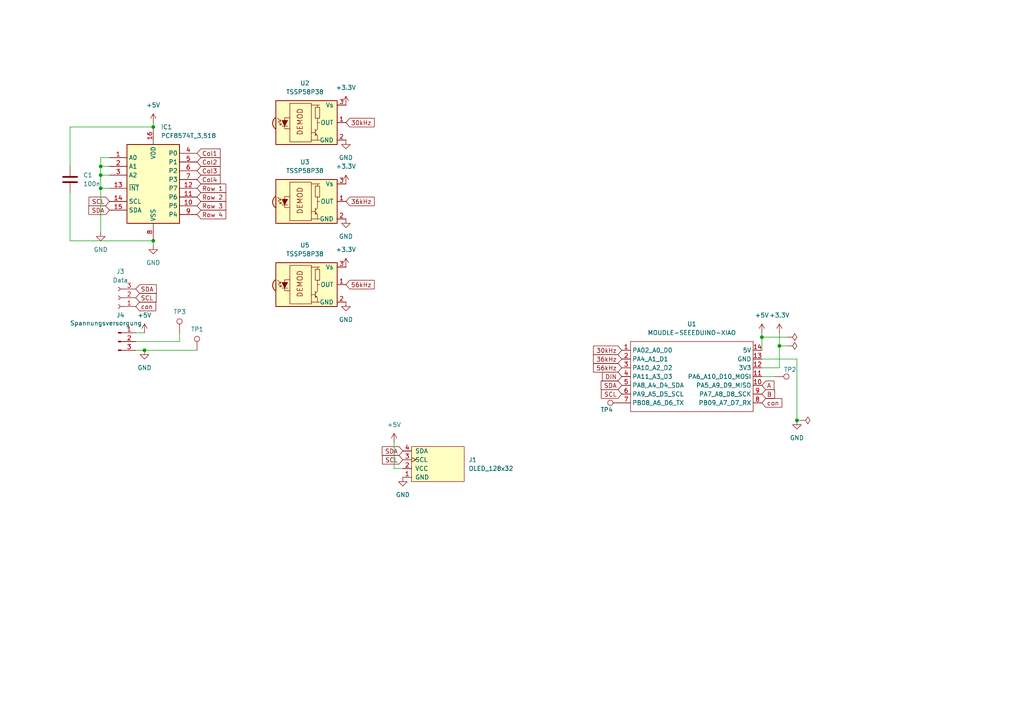
<source format=kicad_sch>
(kicad_sch
	(version 20231120)
	(generator "eeschema")
	(generator_version "8.0")
	(uuid "faaba2db-966e-4126-a9f0-6ed476608e53")
	(paper "A4")
	(lib_symbols
		(symbol "Connector:Conn_01x03_Pin"
			(pin_names
				(offset 1.016) hide)
			(exclude_from_sim no)
			(in_bom yes)
			(on_board yes)
			(property "Reference" "J"
				(at 0 5.08 0)
				(effects
					(font
						(size 1.27 1.27)
					)
				)
			)
			(property "Value" "Conn_01x03_Pin"
				(at 0 -5.08 0)
				(effects
					(font
						(size 1.27 1.27)
					)
				)
			)
			(property "Footprint" ""
				(at 0 0 0)
				(effects
					(font
						(size 1.27 1.27)
					)
					(hide yes)
				)
			)
			(property "Datasheet" "~"
				(at 0 0 0)
				(effects
					(font
						(size 1.27 1.27)
					)
					(hide yes)
				)
			)
			(property "Description" "Generic connector, single row, 01x03, script generated"
				(at 0 0 0)
				(effects
					(font
						(size 1.27 1.27)
					)
					(hide yes)
				)
			)
			(property "ki_locked" ""
				(at 0 0 0)
				(effects
					(font
						(size 1.27 1.27)
					)
				)
			)
			(property "ki_keywords" "connector"
				(at 0 0 0)
				(effects
					(font
						(size 1.27 1.27)
					)
					(hide yes)
				)
			)
			(property "ki_fp_filters" "Connector*:*_1x??_*"
				(at 0 0 0)
				(effects
					(font
						(size 1.27 1.27)
					)
					(hide yes)
				)
			)
			(symbol "Conn_01x03_Pin_1_1"
				(polyline
					(pts
						(xy 1.27 -2.54) (xy 0.8636 -2.54)
					)
					(stroke
						(width 0.1524)
						(type default)
					)
					(fill
						(type none)
					)
				)
				(polyline
					(pts
						(xy 1.27 0) (xy 0.8636 0)
					)
					(stroke
						(width 0.1524)
						(type default)
					)
					(fill
						(type none)
					)
				)
				(polyline
					(pts
						(xy 1.27 2.54) (xy 0.8636 2.54)
					)
					(stroke
						(width 0.1524)
						(type default)
					)
					(fill
						(type none)
					)
				)
				(rectangle
					(start 0.8636 -2.413)
					(end 0 -2.667)
					(stroke
						(width 0.1524)
						(type default)
					)
					(fill
						(type outline)
					)
				)
				(rectangle
					(start 0.8636 0.127)
					(end 0 -0.127)
					(stroke
						(width 0.1524)
						(type default)
					)
					(fill
						(type outline)
					)
				)
				(rectangle
					(start 0.8636 2.667)
					(end 0 2.413)
					(stroke
						(width 0.1524)
						(type default)
					)
					(fill
						(type outline)
					)
				)
				(pin passive line
					(at 5.08 2.54 180)
					(length 3.81)
					(name "Pin_1"
						(effects
							(font
								(size 1.27 1.27)
							)
						)
					)
					(number "1"
						(effects
							(font
								(size 1.27 1.27)
							)
						)
					)
				)
				(pin passive line
					(at 5.08 0 180)
					(length 3.81)
					(name "Pin_2"
						(effects
							(font
								(size 1.27 1.27)
							)
						)
					)
					(number "2"
						(effects
							(font
								(size 1.27 1.27)
							)
						)
					)
				)
				(pin passive line
					(at 5.08 -2.54 180)
					(length 3.81)
					(name "Pin_3"
						(effects
							(font
								(size 1.27 1.27)
							)
						)
					)
					(number "3"
						(effects
							(font
								(size 1.27 1.27)
							)
						)
					)
				)
			)
		)
		(symbol "Connector:Conn_01x03_Socket"
			(pin_names
				(offset 1.016) hide)
			(exclude_from_sim no)
			(in_bom yes)
			(on_board yes)
			(property "Reference" "J"
				(at 0 5.08 0)
				(effects
					(font
						(size 1.27 1.27)
					)
				)
			)
			(property "Value" "Conn_01x03_Socket"
				(at 0 -5.08 0)
				(effects
					(font
						(size 1.27 1.27)
					)
				)
			)
			(property "Footprint" ""
				(at 0 0 0)
				(effects
					(font
						(size 1.27 1.27)
					)
					(hide yes)
				)
			)
			(property "Datasheet" "~"
				(at 0 0 0)
				(effects
					(font
						(size 1.27 1.27)
					)
					(hide yes)
				)
			)
			(property "Description" "Generic connector, single row, 01x03, script generated"
				(at 0 0 0)
				(effects
					(font
						(size 1.27 1.27)
					)
					(hide yes)
				)
			)
			(property "ki_locked" ""
				(at 0 0 0)
				(effects
					(font
						(size 1.27 1.27)
					)
				)
			)
			(property "ki_keywords" "connector"
				(at 0 0 0)
				(effects
					(font
						(size 1.27 1.27)
					)
					(hide yes)
				)
			)
			(property "ki_fp_filters" "Connector*:*_1x??_*"
				(at 0 0 0)
				(effects
					(font
						(size 1.27 1.27)
					)
					(hide yes)
				)
			)
			(symbol "Conn_01x03_Socket_1_1"
				(arc
					(start 0 -2.032)
					(mid -0.5058 -2.54)
					(end 0 -3.048)
					(stroke
						(width 0.1524)
						(type default)
					)
					(fill
						(type none)
					)
				)
				(polyline
					(pts
						(xy -1.27 -2.54) (xy -0.508 -2.54)
					)
					(stroke
						(width 0.1524)
						(type default)
					)
					(fill
						(type none)
					)
				)
				(polyline
					(pts
						(xy -1.27 0) (xy -0.508 0)
					)
					(stroke
						(width 0.1524)
						(type default)
					)
					(fill
						(type none)
					)
				)
				(polyline
					(pts
						(xy -1.27 2.54) (xy -0.508 2.54)
					)
					(stroke
						(width 0.1524)
						(type default)
					)
					(fill
						(type none)
					)
				)
				(arc
					(start 0 0.508)
					(mid -0.5058 0)
					(end 0 -0.508)
					(stroke
						(width 0.1524)
						(type default)
					)
					(fill
						(type none)
					)
				)
				(arc
					(start 0 3.048)
					(mid -0.5058 2.54)
					(end 0 2.032)
					(stroke
						(width 0.1524)
						(type default)
					)
					(fill
						(type none)
					)
				)
				(pin passive line
					(at -5.08 2.54 0)
					(length 3.81)
					(name "Pin_1"
						(effects
							(font
								(size 1.27 1.27)
							)
						)
					)
					(number "1"
						(effects
							(font
								(size 1.27 1.27)
							)
						)
					)
				)
				(pin passive line
					(at -5.08 0 0)
					(length 3.81)
					(name "Pin_2"
						(effects
							(font
								(size 1.27 1.27)
							)
						)
					)
					(number "2"
						(effects
							(font
								(size 1.27 1.27)
							)
						)
					)
				)
				(pin passive line
					(at -5.08 -2.54 0)
					(length 3.81)
					(name "Pin_3"
						(effects
							(font
								(size 1.27 1.27)
							)
						)
					)
					(number "3"
						(effects
							(font
								(size 1.27 1.27)
							)
						)
					)
				)
			)
		)
		(symbol "Connector:TestPoint"
			(pin_numbers hide)
			(pin_names
				(offset 0.762) hide)
			(exclude_from_sim no)
			(in_bom yes)
			(on_board yes)
			(property "Reference" "TP"
				(at 0 6.858 0)
				(effects
					(font
						(size 1.27 1.27)
					)
				)
			)
			(property "Value" "TestPoint"
				(at 0 5.08 0)
				(effects
					(font
						(size 1.27 1.27)
					)
				)
			)
			(property "Footprint" ""
				(at 5.08 0 0)
				(effects
					(font
						(size 1.27 1.27)
					)
					(hide yes)
				)
			)
			(property "Datasheet" "~"
				(at 5.08 0 0)
				(effects
					(font
						(size 1.27 1.27)
					)
					(hide yes)
				)
			)
			(property "Description" "test point"
				(at 0 0 0)
				(effects
					(font
						(size 1.27 1.27)
					)
					(hide yes)
				)
			)
			(property "ki_keywords" "test point tp"
				(at 0 0 0)
				(effects
					(font
						(size 1.27 1.27)
					)
					(hide yes)
				)
			)
			(property "ki_fp_filters" "Pin* Test*"
				(at 0 0 0)
				(effects
					(font
						(size 1.27 1.27)
					)
					(hide yes)
				)
			)
			(symbol "TestPoint_0_1"
				(circle
					(center 0 3.302)
					(radius 0.762)
					(stroke
						(width 0)
						(type default)
					)
					(fill
						(type none)
					)
				)
			)
			(symbol "TestPoint_1_1"
				(pin passive line
					(at 0 0 90)
					(length 2.54)
					(name "1"
						(effects
							(font
								(size 1.27 1.27)
							)
						)
					)
					(number "1"
						(effects
							(font
								(size 1.27 1.27)
							)
						)
					)
				)
			)
		)
		(symbol "Device:C"
			(pin_numbers hide)
			(pin_names
				(offset 0.254)
			)
			(exclude_from_sim no)
			(in_bom yes)
			(on_board yes)
			(property "Reference" "C"
				(at 0.635 2.54 0)
				(effects
					(font
						(size 1.27 1.27)
					)
					(justify left)
				)
			)
			(property "Value" "C"
				(at 0.635 -2.54 0)
				(effects
					(font
						(size 1.27 1.27)
					)
					(justify left)
				)
			)
			(property "Footprint" ""
				(at 0.9652 -3.81 0)
				(effects
					(font
						(size 1.27 1.27)
					)
					(hide yes)
				)
			)
			(property "Datasheet" "~"
				(at 0 0 0)
				(effects
					(font
						(size 1.27 1.27)
					)
					(hide yes)
				)
			)
			(property "Description" "Unpolarized capacitor"
				(at 0 0 0)
				(effects
					(font
						(size 1.27 1.27)
					)
					(hide yes)
				)
			)
			(property "ki_keywords" "cap capacitor"
				(at 0 0 0)
				(effects
					(font
						(size 1.27 1.27)
					)
					(hide yes)
				)
			)
			(property "ki_fp_filters" "C_*"
				(at 0 0 0)
				(effects
					(font
						(size 1.27 1.27)
					)
					(hide yes)
				)
			)
			(symbol "C_0_1"
				(polyline
					(pts
						(xy -2.032 -0.762) (xy 2.032 -0.762)
					)
					(stroke
						(width 0.508)
						(type default)
					)
					(fill
						(type none)
					)
				)
				(polyline
					(pts
						(xy -2.032 0.762) (xy 2.032 0.762)
					)
					(stroke
						(width 0.508)
						(type default)
					)
					(fill
						(type none)
					)
				)
			)
			(symbol "C_1_1"
				(pin passive line
					(at 0 3.81 270)
					(length 2.794)
					(name "~"
						(effects
							(font
								(size 1.27 1.27)
							)
						)
					)
					(number "1"
						(effects
							(font
								(size 1.27 1.27)
							)
						)
					)
				)
				(pin passive line
					(at 0 -3.81 90)
					(length 2.794)
					(name "~"
						(effects
							(font
								(size 1.27 1.27)
							)
						)
					)
					(number "2"
						(effects
							(font
								(size 1.27 1.27)
							)
						)
					)
				)
			)
		)
		(symbol "MOUDLE-SEEEDUINO-XIAO:MOUDLE-SEEEDUINO-XIAO"
			(exclude_from_sim no)
			(in_bom yes)
			(on_board yes)
			(property "Reference" "U"
				(at -16.51 11.43 0)
				(effects
					(font
						(size 1.27 1.27)
					)
				)
			)
			(property "Value" "MOUDLE-SEEEDUINO-XIAO"
				(at -3.81 -11.43 0)
				(effects
					(font
						(size 1.27 1.27)
					)
				)
			)
			(property "Footprint" ""
				(at -16.51 2.54 0)
				(effects
					(font
						(size 1.27 1.27)
					)
					(hide yes)
				)
			)
			(property "Datasheet" ""
				(at -16.51 2.54 0)
				(effects
					(font
						(size 1.27 1.27)
					)
					(hide yes)
				)
			)
			(property "Description" ""
				(at 0 0 0)
				(effects
					(font
						(size 1.27 1.27)
					)
					(hide yes)
				)
			)
			(symbol "MOUDLE-SEEEDUINO-XIAO_0_1"
				(rectangle
					(start -16.51 10.16)
					(end 19.05 -10.16)
					(stroke
						(width 0)
						(type default)
					)
					(fill
						(type none)
					)
				)
			)
			(symbol "MOUDLE-SEEEDUINO-XIAO_1_1"
				(pin passive line
					(at -19.05 7.62 0)
					(length 2.54)
					(name "PA02_A0_D0"
						(effects
							(font
								(size 1.27 1.27)
							)
						)
					)
					(number "1"
						(effects
							(font
								(size 1.27 1.27)
							)
						)
					)
				)
				(pin passive line
					(at 21.59 -2.54 180)
					(length 2.54)
					(name "PA5_A9_D9_MISO"
						(effects
							(font
								(size 1.27 1.27)
							)
						)
					)
					(number "10"
						(effects
							(font
								(size 1.27 1.27)
							)
						)
					)
				)
				(pin passive line
					(at 21.59 0 180)
					(length 2.54)
					(name "PA6_A10_D10_MOSI"
						(effects
							(font
								(size 1.27 1.27)
							)
						)
					)
					(number "11"
						(effects
							(font
								(size 1.27 1.27)
							)
						)
					)
				)
				(pin passive line
					(at 21.59 2.54 180)
					(length 2.54)
					(name "3V3"
						(effects
							(font
								(size 1.27 1.27)
							)
						)
					)
					(number "12"
						(effects
							(font
								(size 1.27 1.27)
							)
						)
					)
				)
				(pin passive line
					(at 21.59 5.08 180)
					(length 2.54)
					(name "GND"
						(effects
							(font
								(size 1.27 1.27)
							)
						)
					)
					(number "13"
						(effects
							(font
								(size 1.27 1.27)
							)
						)
					)
				)
				(pin passive line
					(at 21.59 7.62 180)
					(length 2.54)
					(name "5V"
						(effects
							(font
								(size 1.27 1.27)
							)
						)
					)
					(number "14"
						(effects
							(font
								(size 1.27 1.27)
							)
						)
					)
				)
				(pin passive line
					(at -19.05 5.08 0)
					(length 2.54)
					(name "PA4_A1_D1"
						(effects
							(font
								(size 1.27 1.27)
							)
						)
					)
					(number "2"
						(effects
							(font
								(size 1.27 1.27)
							)
						)
					)
				)
				(pin passive line
					(at -19.05 2.54 0)
					(length 2.54)
					(name "PA10_A2_D2"
						(effects
							(font
								(size 1.27 1.27)
							)
						)
					)
					(number "3"
						(effects
							(font
								(size 1.27 1.27)
							)
						)
					)
				)
				(pin passive line
					(at -19.05 0 0)
					(length 2.54)
					(name "PA11_A3_D3"
						(effects
							(font
								(size 1.27 1.27)
							)
						)
					)
					(number "4"
						(effects
							(font
								(size 1.27 1.27)
							)
						)
					)
				)
				(pin passive line
					(at -19.05 -2.54 0)
					(length 2.54)
					(name "PA8_A4_D4_SDA"
						(effects
							(font
								(size 1.27 1.27)
							)
						)
					)
					(number "5"
						(effects
							(font
								(size 1.27 1.27)
							)
						)
					)
				)
				(pin passive line
					(at -19.05 -5.08 0)
					(length 2.54)
					(name "PA9_A5_D5_SCL"
						(effects
							(font
								(size 1.27 1.27)
							)
						)
					)
					(number "6"
						(effects
							(font
								(size 1.27 1.27)
							)
						)
					)
				)
				(pin passive line
					(at -19.05 -7.62 0)
					(length 2.54)
					(name "PB08_A6_D6_TX"
						(effects
							(font
								(size 1.27 1.27)
							)
						)
					)
					(number "7"
						(effects
							(font
								(size 1.27 1.27)
							)
						)
					)
				)
				(pin passive line
					(at 21.59 -7.62 180)
					(length 2.54)
					(name "PB09_A7_D7_RX"
						(effects
							(font
								(size 1.27 1.27)
							)
						)
					)
					(number "8"
						(effects
							(font
								(size 1.27 1.27)
							)
						)
					)
				)
				(pin passive line
					(at 21.59 -5.08 180)
					(length 2.54)
					(name "PA7_A8_D8_SCK"
						(effects
							(font
								(size 1.27 1.27)
							)
						)
					)
					(number "9"
						(effects
							(font
								(size 1.27 1.27)
							)
						)
					)
				)
			)
		)
		(symbol "PCF8574T_3_518:PCF8574T_3,518"
			(exclude_from_sim no)
			(in_bom yes)
			(on_board yes)
			(property "Reference" "IC"
				(at -6.096 13.208 0)
				(effects
					(font
						(size 1.27 1.27)
					)
					(justify left top)
				)
			)
			(property "Value" "PCF8574T_3,518"
				(at 1.778 13.462 0)
				(effects
					(font
						(size 1.27 1.27)
					)
					(justify left top)
				)
			)
			(property "Footprint" "SOIC127P1032X265-16N"
				(at 24.13 -94.92 0)
				(effects
					(font
						(size 1.27 1.27)
					)
					(justify left top)
					(hide yes)
				)
			)
			(property "Datasheet" "http://www.nxp.com/docs/en/data-sheet/PCF8574_PCF8574A.pdf"
				(at 24.13 -194.92 0)
				(effects
					(font
						(size 1.27 1.27)
					)
					(justify left top)
					(hide yes)
				)
			)
			(property "Description" "NXP - PCF8574T/3,518 - IC, I/O EXPANDER, 8BIT, SOIC16"
				(at 47.244 32.004 0)
				(effects
					(font
						(size 1.27 1.27)
					)
					(hide yes)
				)
			)
			(property "Height" "2.65"
				(at 24.13 -394.92 0)
				(effects
					(font
						(size 1.27 1.27)
					)
					(justify left top)
					(hide yes)
				)
			)
			(property "Mouser Part Number" "771-PCF8574TD-T"
				(at 24.13 -494.92 0)
				(effects
					(font
						(size 1.27 1.27)
					)
					(justify left top)
					(hide yes)
				)
			)
			(property "Mouser Price/Stock" "https://www.mouser.co.uk/ProductDetail/NXP-Semiconductors/PCF8574T-3518?qs=LOCUfHb8d9srwcgHHpXqQw%3D%3D"
				(at 24.13 -594.92 0)
				(effects
					(font
						(size 1.27 1.27)
					)
					(justify left top)
					(hide yes)
				)
			)
			(property "Manufacturer_Name" "NXP"
				(at 24.13 -694.92 0)
				(effects
					(font
						(size 1.27 1.27)
					)
					(justify left top)
					(hide yes)
				)
			)
			(property "Manufacturer_Part_Number" "PCF8574T/3,518"
				(at 24.13 -794.92 0)
				(effects
					(font
						(size 1.27 1.27)
					)
					(justify left top)
					(hide yes)
				)
			)
			(symbol "PCF8574T_3,518_1_1"
				(rectangle
					(start -7.62 11.43)
					(end 7.62 -11.43)
					(stroke
						(width 0.254)
						(type default)
					)
					(fill
						(type background)
					)
				)
				(pin passive line
					(at -12.7 7.62 0)
					(length 5.08)
					(name "A0"
						(effects
							(font
								(size 1.27 1.27)
							)
						)
					)
					(number "1"
						(effects
							(font
								(size 1.27 1.27)
							)
						)
					)
				)
				(pin passive line
					(at 12.7 -6.35 180)
					(length 5.08)
					(name "P5"
						(effects
							(font
								(size 1.27 1.27)
							)
						)
					)
					(number "10"
						(effects
							(font
								(size 1.27 1.27)
							)
						)
					)
				)
				(pin passive line
					(at 12.7 -3.81 180)
					(length 5.08)
					(name "P6"
						(effects
							(font
								(size 1.27 1.27)
							)
						)
					)
					(number "11"
						(effects
							(font
								(size 1.27 1.27)
							)
						)
					)
				)
				(pin passive line
					(at 12.7 -1.27 180)
					(length 5.08)
					(name "P7"
						(effects
							(font
								(size 1.27 1.27)
							)
						)
					)
					(number "12"
						(effects
							(font
								(size 1.27 1.27)
							)
						)
					)
				)
				(pin passive line
					(at -12.7 -1.27 0)
					(length 5.08)
					(name "~{INT}"
						(effects
							(font
								(size 1.27 1.27)
							)
						)
					)
					(number "13"
						(effects
							(font
								(size 1.27 1.27)
							)
						)
					)
				)
				(pin passive line
					(at -12.7 -5.08 0)
					(length 5.08)
					(name "SCL"
						(effects
							(font
								(size 1.27 1.27)
							)
						)
					)
					(number "14"
						(effects
							(font
								(size 1.27 1.27)
							)
						)
					)
				)
				(pin passive line
					(at -12.7 -7.62 0)
					(length 5.08)
					(name "SDA"
						(effects
							(font
								(size 1.27 1.27)
							)
						)
					)
					(number "15"
						(effects
							(font
								(size 1.27 1.27)
							)
						)
					)
				)
				(pin passive line
					(at 0 16.51 270)
					(length 5.08)
					(name "VDD"
						(effects
							(font
								(size 1.27 1.27)
							)
						)
					)
					(number "16"
						(effects
							(font
								(size 1.27 1.27)
							)
						)
					)
				)
				(pin passive line
					(at -12.7 5.08 0)
					(length 5.08)
					(name "A1"
						(effects
							(font
								(size 1.27 1.27)
							)
						)
					)
					(number "2"
						(effects
							(font
								(size 1.27 1.27)
							)
						)
					)
				)
				(pin passive line
					(at -12.7 2.54 0)
					(length 5.08)
					(name "A2"
						(effects
							(font
								(size 1.27 1.27)
							)
						)
					)
					(number "3"
						(effects
							(font
								(size 1.27 1.27)
							)
						)
					)
				)
				(pin passive line
					(at 12.7 8.89 180)
					(length 5.08)
					(name "P0"
						(effects
							(font
								(size 1.27 1.27)
							)
						)
					)
					(number "4"
						(effects
							(font
								(size 1.27 1.27)
							)
						)
					)
				)
				(pin passive line
					(at 12.7 6.35 180)
					(length 5.08)
					(name "P1"
						(effects
							(font
								(size 1.27 1.27)
							)
						)
					)
					(number "5"
						(effects
							(font
								(size 1.27 1.27)
							)
						)
					)
				)
				(pin passive line
					(at 12.7 3.81 180)
					(length 5.08)
					(name "P2"
						(effects
							(font
								(size 1.27 1.27)
							)
						)
					)
					(number "6"
						(effects
							(font
								(size 1.27 1.27)
							)
						)
					)
				)
				(pin passive line
					(at 12.7 1.27 180)
					(length 5.08)
					(name "P3"
						(effects
							(font
								(size 1.27 1.27)
							)
						)
					)
					(number "7"
						(effects
							(font
								(size 1.27 1.27)
							)
						)
					)
				)
				(pin passive line
					(at 0 -16.51 90)
					(length 5.08)
					(name "VSS"
						(effects
							(font
								(size 1.27 1.27)
							)
						)
					)
					(number "8"
						(effects
							(font
								(size 1.27 1.27)
							)
						)
					)
				)
				(pin passive line
					(at 12.7 -8.89 180)
					(length 5.08)
					(name "P4"
						(effects
							(font
								(size 1.27 1.27)
							)
						)
					)
					(number "9"
						(effects
							(font
								(size 1.27 1.27)
							)
						)
					)
				)
			)
		)
		(symbol "ScottoKeebs:OLED_128x32"
			(pin_names
				(offset 1.016)
			)
			(exclude_from_sim no)
			(in_bom yes)
			(on_board yes)
			(property "Reference" "J"
				(at 0 -6.35 0)
				(effects
					(font
						(size 1.27 1.27)
					)
				)
			)
			(property "Value" "OLED_128x32"
				(at 0 6.35 0)
				(effects
					(font
						(size 1.27 1.27)
					)
				)
			)
			(property "Footprint" "ScottoKeebs_Components:OLED_128x32"
				(at 0 8.89 0)
				(effects
					(font
						(size 1.27 1.27)
					)
					(hide yes)
				)
			)
			(property "Datasheet" ""
				(at 0 1.27 0)
				(effects
					(font
						(size 1.27 1.27)
					)
					(hide yes)
				)
			)
			(property "Description" ""
				(at 0 0 0)
				(effects
					(font
						(size 1.27 1.27)
					)
					(hide yes)
				)
			)
			(symbol "OLED_128x32_0_1"
				(rectangle
					(start 0 5.08)
					(end 15.24 -5.08)
					(stroke
						(width 0)
						(type default)
					)
					(fill
						(type background)
					)
				)
			)
			(symbol "OLED_128x32_1_1"
				(pin power_in line
					(at -2.54 -3.81 0)
					(length 2.54)
					(name "GND"
						(effects
							(font
								(size 1.27 1.27)
							)
						)
					)
					(number "1"
						(effects
							(font
								(size 1.27 1.27)
							)
						)
					)
				)
				(pin power_in line
					(at -2.54 -1.27 0)
					(length 2.54)
					(name "VCC"
						(effects
							(font
								(size 1.27 1.27)
							)
						)
					)
					(number "2"
						(effects
							(font
								(size 1.27 1.27)
							)
						)
					)
				)
				(pin input clock
					(at -2.54 1.27 0)
					(length 2.54)
					(name "SCL"
						(effects
							(font
								(size 1.27 1.27)
							)
						)
					)
					(number "3"
						(effects
							(font
								(size 1.27 1.27)
							)
						)
					)
				)
				(pin bidirectional line
					(at -2.54 3.81 0)
					(length 2.54)
					(name "SDA"
						(effects
							(font
								(size 1.27 1.27)
							)
						)
					)
					(number "4"
						(effects
							(font
								(size 1.27 1.27)
							)
						)
					)
				)
			)
		)
		(symbol "Sensor_Proximity:TSSP58P38"
			(pin_names
				(offset 1.016)
			)
			(exclude_from_sim no)
			(in_bom yes)
			(on_board yes)
			(property "Reference" "U"
				(at -10.16 7.62 0)
				(effects
					(font
						(size 1.27 1.27)
					)
					(justify left)
				)
			)
			(property "Value" "TSSP58P38"
				(at -10.16 -7.62 0)
				(effects
					(font
						(size 1.27 1.27)
					)
					(justify left)
				)
			)
			(property "Footprint" "OptoDevice:Vishay_MINICAST-3Pin"
				(at -1.27 -9.525 0)
				(effects
					(font
						(size 1.27 1.27)
					)
					(hide yes)
				)
			)
			(property "Datasheet" "http://www.vishay.com/docs/82462/tsop581.pdf"
				(at 16.51 7.62 0)
				(effects
					(font
						(size 1.27 1.27)
					)
					(hide yes)
				)
			)
			(property "Description" "Photo Modules for PCM Remote Control Systems"
				(at 0 0 0)
				(effects
					(font
						(size 1.27 1.27)
					)
					(hide yes)
				)
			)
			(property "ki_keywords" "opto IR receiver"
				(at 0 0 0)
				(effects
					(font
						(size 1.27 1.27)
					)
					(hide yes)
				)
			)
			(property "ki_fp_filters" "Vishay*MINICAST*"
				(at 0 0 0)
				(effects
					(font
						(size 1.27 1.27)
					)
					(hide yes)
				)
			)
			(symbol "TSSP58P38_0_0"
				(arc
					(start -10.287 1.397)
					(mid -11.0899 -0.1852)
					(end -10.287 -1.778)
					(stroke
						(width 0.254)
						(type default)
					)
					(fill
						(type background)
					)
				)
				(polyline
					(pts
						(xy 1.905 -5.08) (xy 0.127 -5.08)
					)
					(stroke
						(width 0)
						(type default)
					)
					(fill
						(type none)
					)
				)
				(polyline
					(pts
						(xy 1.905 5.08) (xy 0.127 5.08)
					)
					(stroke
						(width 0)
						(type default)
					)
					(fill
						(type none)
					)
				)
				(text "DEMOD"
					(at -3.175 0.254 900)
					(effects
						(font
							(size 1.524 1.524)
						)
					)
				)
			)
			(symbol "TSSP58P38_0_1"
				(rectangle
					(start -6.096 5.588)
					(end 0.127 -5.588)
					(stroke
						(width 0)
						(type default)
					)
					(fill
						(type none)
					)
				)
				(polyline
					(pts
						(xy -8.763 0.381) (xy -9.652 1.27)
					)
					(stroke
						(width 0)
						(type default)
					)
					(fill
						(type none)
					)
				)
				(polyline
					(pts
						(xy -8.763 0.381) (xy -9.271 0.381)
					)
					(stroke
						(width 0)
						(type default)
					)
					(fill
						(type none)
					)
				)
				(polyline
					(pts
						(xy -8.763 0.381) (xy -8.763 0.889)
					)
					(stroke
						(width 0)
						(type default)
					)
					(fill
						(type none)
					)
				)
				(polyline
					(pts
						(xy -8.636 -0.635) (xy -9.525 0.254)
					)
					(stroke
						(width 0)
						(type default)
					)
					(fill
						(type none)
					)
				)
				(polyline
					(pts
						(xy -8.636 -0.635) (xy -9.144 -0.635)
					)
					(stroke
						(width 0)
						(type default)
					)
					(fill
						(type none)
					)
				)
				(polyline
					(pts
						(xy -8.636 -0.635) (xy -8.636 -0.127)
					)
					(stroke
						(width 0)
						(type default)
					)
					(fill
						(type none)
					)
				)
				(polyline
					(pts
						(xy -8.382 -1.016) (xy -6.731 -1.016)
					)
					(stroke
						(width 0)
						(type default)
					)
					(fill
						(type none)
					)
				)
				(polyline
					(pts
						(xy 1.27 -2.921) (xy 0.127 -2.921)
					)
					(stroke
						(width 0)
						(type default)
					)
					(fill
						(type none)
					)
				)
				(polyline
					(pts
						(xy 1.27 -1.905) (xy 1.27 -3.81)
					)
					(stroke
						(width 0)
						(type default)
					)
					(fill
						(type none)
					)
				)
				(polyline
					(pts
						(xy 1.397 -3.556) (xy 1.524 -3.556)
					)
					(stroke
						(width 0)
						(type default)
					)
					(fill
						(type none)
					)
				)
				(polyline
					(pts
						(xy 1.651 -3.556) (xy 1.524 -3.556)
					)
					(stroke
						(width 0)
						(type default)
					)
					(fill
						(type none)
					)
				)
				(polyline
					(pts
						(xy 1.651 -3.556) (xy 1.651 -3.302)
					)
					(stroke
						(width 0)
						(type default)
					)
					(fill
						(type none)
					)
				)
				(polyline
					(pts
						(xy 1.905 0) (xy 1.905 1.27)
					)
					(stroke
						(width 0)
						(type default)
					)
					(fill
						(type none)
					)
				)
				(polyline
					(pts
						(xy 1.905 4.445) (xy 1.905 5.08) (xy 2.54 5.08)
					)
					(stroke
						(width 0)
						(type default)
					)
					(fill
						(type none)
					)
				)
				(polyline
					(pts
						(xy -8.382 0.635) (xy -6.731 0.635) (xy -7.62 -1.016) (xy -8.382 0.635)
					)
					(stroke
						(width 0)
						(type default)
					)
					(fill
						(type outline)
					)
				)
				(polyline
					(pts
						(xy -6.096 1.397) (xy -7.62 1.397) (xy -7.62 -1.778) (xy -6.096 -1.778)
					)
					(stroke
						(width 0)
						(type default)
					)
					(fill
						(type none)
					)
				)
				(polyline
					(pts
						(xy 1.27 -3.175) (xy 1.905 -3.81) (xy 1.905 -5.08) (xy 2.54 -5.08)
					)
					(stroke
						(width 0)
						(type default)
					)
					(fill
						(type none)
					)
				)
				(polyline
					(pts
						(xy 1.27 -2.54) (xy 1.905 -1.905) (xy 1.905 0) (xy 2.54 0)
					)
					(stroke
						(width 0)
						(type default)
					)
					(fill
						(type none)
					)
				)
				(rectangle
					(start 2.54 1.27)
					(end 1.27 4.445)
					(stroke
						(width 0)
						(type default)
					)
					(fill
						(type none)
					)
				)
				(rectangle
					(start 7.62 6.35)
					(end -10.16 -6.35)
					(stroke
						(width 0.254)
						(type default)
					)
					(fill
						(type background)
					)
				)
			)
			(symbol "TSSP58P38_1_1"
				(pin output line
					(at 10.16 0 180)
					(length 2.54)
					(name "OUT"
						(effects
							(font
								(size 1.27 1.27)
							)
						)
					)
					(number "1"
						(effects
							(font
								(size 1.27 1.27)
							)
						)
					)
				)
				(pin power_in line
					(at 10.16 -5.08 180)
					(length 2.54)
					(name "GND"
						(effects
							(font
								(size 1.27 1.27)
							)
						)
					)
					(number "2"
						(effects
							(font
								(size 1.27 1.27)
							)
						)
					)
				)
				(pin power_in line
					(at 10.16 5.08 180)
					(length 2.54)
					(name "Vs"
						(effects
							(font
								(size 1.27 1.27)
							)
						)
					)
					(number "3"
						(effects
							(font
								(size 1.27 1.27)
							)
						)
					)
				)
			)
		)
		(symbol "power:+3.3V"
			(power)
			(pin_numbers hide)
			(pin_names
				(offset 0) hide)
			(exclude_from_sim no)
			(in_bom yes)
			(on_board yes)
			(property "Reference" "#PWR"
				(at 0 -3.81 0)
				(effects
					(font
						(size 1.27 1.27)
					)
					(hide yes)
				)
			)
			(property "Value" "+3.3V"
				(at 0 3.556 0)
				(effects
					(font
						(size 1.27 1.27)
					)
				)
			)
			(property "Footprint" ""
				(at 0 0 0)
				(effects
					(font
						(size 1.27 1.27)
					)
					(hide yes)
				)
			)
			(property "Datasheet" ""
				(at 0 0 0)
				(effects
					(font
						(size 1.27 1.27)
					)
					(hide yes)
				)
			)
			(property "Description" "Power symbol creates a global label with name \"+3.3V\""
				(at 0 0 0)
				(effects
					(font
						(size 1.27 1.27)
					)
					(hide yes)
				)
			)
			(property "ki_keywords" "global power"
				(at 0 0 0)
				(effects
					(font
						(size 1.27 1.27)
					)
					(hide yes)
				)
			)
			(symbol "+3.3V_0_1"
				(polyline
					(pts
						(xy -0.762 1.27) (xy 0 2.54)
					)
					(stroke
						(width 0)
						(type default)
					)
					(fill
						(type none)
					)
				)
				(polyline
					(pts
						(xy 0 0) (xy 0 2.54)
					)
					(stroke
						(width 0)
						(type default)
					)
					(fill
						(type none)
					)
				)
				(polyline
					(pts
						(xy 0 2.54) (xy 0.762 1.27)
					)
					(stroke
						(width 0)
						(type default)
					)
					(fill
						(type none)
					)
				)
			)
			(symbol "+3.3V_1_1"
				(pin power_in line
					(at 0 0 90)
					(length 0)
					(name "~"
						(effects
							(font
								(size 1.27 1.27)
							)
						)
					)
					(number "1"
						(effects
							(font
								(size 1.27 1.27)
							)
						)
					)
				)
			)
		)
		(symbol "power:+5V"
			(power)
			(pin_numbers hide)
			(pin_names
				(offset 0) hide)
			(exclude_from_sim no)
			(in_bom yes)
			(on_board yes)
			(property "Reference" "#PWR"
				(at 0 -3.81 0)
				(effects
					(font
						(size 1.27 1.27)
					)
					(hide yes)
				)
			)
			(property "Value" "+5V"
				(at 0 3.556 0)
				(effects
					(font
						(size 1.27 1.27)
					)
				)
			)
			(property "Footprint" ""
				(at 0 0 0)
				(effects
					(font
						(size 1.27 1.27)
					)
					(hide yes)
				)
			)
			(property "Datasheet" ""
				(at 0 0 0)
				(effects
					(font
						(size 1.27 1.27)
					)
					(hide yes)
				)
			)
			(property "Description" "Power symbol creates a global label with name \"+5V\""
				(at 0 0 0)
				(effects
					(font
						(size 1.27 1.27)
					)
					(hide yes)
				)
			)
			(property "ki_keywords" "global power"
				(at 0 0 0)
				(effects
					(font
						(size 1.27 1.27)
					)
					(hide yes)
				)
			)
			(symbol "+5V_0_1"
				(polyline
					(pts
						(xy -0.762 1.27) (xy 0 2.54)
					)
					(stroke
						(width 0)
						(type default)
					)
					(fill
						(type none)
					)
				)
				(polyline
					(pts
						(xy 0 0) (xy 0 2.54)
					)
					(stroke
						(width 0)
						(type default)
					)
					(fill
						(type none)
					)
				)
				(polyline
					(pts
						(xy 0 2.54) (xy 0.762 1.27)
					)
					(stroke
						(width 0)
						(type default)
					)
					(fill
						(type none)
					)
				)
			)
			(symbol "+5V_1_1"
				(pin power_in line
					(at 0 0 90)
					(length 0)
					(name "~"
						(effects
							(font
								(size 1.27 1.27)
							)
						)
					)
					(number "1"
						(effects
							(font
								(size 1.27 1.27)
							)
						)
					)
				)
			)
		)
		(symbol "power:GND"
			(power)
			(pin_numbers hide)
			(pin_names
				(offset 0) hide)
			(exclude_from_sim no)
			(in_bom yes)
			(on_board yes)
			(property "Reference" "#PWR"
				(at 0 -6.35 0)
				(effects
					(font
						(size 1.27 1.27)
					)
					(hide yes)
				)
			)
			(property "Value" "GND"
				(at 0 -3.81 0)
				(effects
					(font
						(size 1.27 1.27)
					)
				)
			)
			(property "Footprint" ""
				(at 0 0 0)
				(effects
					(font
						(size 1.27 1.27)
					)
					(hide yes)
				)
			)
			(property "Datasheet" ""
				(at 0 0 0)
				(effects
					(font
						(size 1.27 1.27)
					)
					(hide yes)
				)
			)
			(property "Description" "Power symbol creates a global label with name \"GND\" , ground"
				(at 0 0 0)
				(effects
					(font
						(size 1.27 1.27)
					)
					(hide yes)
				)
			)
			(property "ki_keywords" "global power"
				(at 0 0 0)
				(effects
					(font
						(size 1.27 1.27)
					)
					(hide yes)
				)
			)
			(symbol "GND_0_1"
				(polyline
					(pts
						(xy 0 0) (xy 0 -1.27) (xy 1.27 -1.27) (xy 0 -2.54) (xy -1.27 -1.27) (xy 0 -1.27)
					)
					(stroke
						(width 0)
						(type default)
					)
					(fill
						(type none)
					)
				)
			)
			(symbol "GND_1_1"
				(pin power_in line
					(at 0 0 270)
					(length 0)
					(name "~"
						(effects
							(font
								(size 1.27 1.27)
							)
						)
					)
					(number "1"
						(effects
							(font
								(size 1.27 1.27)
							)
						)
					)
				)
			)
		)
		(symbol "power:PWR_FLAG"
			(power)
			(pin_numbers hide)
			(pin_names
				(offset 0) hide)
			(exclude_from_sim no)
			(in_bom yes)
			(on_board yes)
			(property "Reference" "#FLG"
				(at 0 1.905 0)
				(effects
					(font
						(size 1.27 1.27)
					)
					(hide yes)
				)
			)
			(property "Value" "PWR_FLAG"
				(at 0 3.81 0)
				(effects
					(font
						(size 1.27 1.27)
					)
				)
			)
			(property "Footprint" ""
				(at 0 0 0)
				(effects
					(font
						(size 1.27 1.27)
					)
					(hide yes)
				)
			)
			(property "Datasheet" "~"
				(at 0 0 0)
				(effects
					(font
						(size 1.27 1.27)
					)
					(hide yes)
				)
			)
			(property "Description" "Special symbol for telling ERC where power comes from"
				(at 0 0 0)
				(effects
					(font
						(size 1.27 1.27)
					)
					(hide yes)
				)
			)
			(property "ki_keywords" "flag power"
				(at 0 0 0)
				(effects
					(font
						(size 1.27 1.27)
					)
					(hide yes)
				)
			)
			(symbol "PWR_FLAG_0_0"
				(pin power_out line
					(at 0 0 90)
					(length 0)
					(name "~"
						(effects
							(font
								(size 1.27 1.27)
							)
						)
					)
					(number "1"
						(effects
							(font
								(size 1.27 1.27)
							)
						)
					)
				)
			)
			(symbol "PWR_FLAG_0_1"
				(polyline
					(pts
						(xy 0 0) (xy 0 1.27) (xy -1.016 1.905) (xy 0 2.54) (xy 1.016 1.905) (xy 0 1.27)
					)
					(stroke
						(width 0)
						(type default)
					)
					(fill
						(type none)
					)
				)
			)
		)
	)
	(junction
		(at 29.21 48.26)
		(diameter 0)
		(color 0 0 0 0)
		(uuid "237c13ec-9faa-4ba8-b167-c13539d627b5")
	)
	(junction
		(at 220.98 97.79)
		(diameter 0)
		(color 0 0 0 0)
		(uuid "32550e45-3630-45e6-bd3b-922de8ce024a")
	)
	(junction
		(at 29.21 54.61)
		(diameter 0)
		(color 0 0 0 0)
		(uuid "641d5797-5bc1-449d-be12-e8bc92f3def9")
	)
	(junction
		(at 44.45 69.85)
		(diameter 0)
		(color 0 0 0 0)
		(uuid "71e6f09a-83ae-40c6-9089-fd8638074ca9")
	)
	(junction
		(at 231.14 121.92)
		(diameter 0)
		(color 0 0 0 0)
		(uuid "7d63ebfa-8e6f-40e7-9d92-b9d8bee2ca02")
	)
	(junction
		(at 29.21 50.8)
		(diameter 0)
		(color 0 0 0 0)
		(uuid "a7069c51-379d-4675-8954-44abcc3e4329")
	)
	(junction
		(at 44.45 36.83)
		(diameter 0)
		(color 0 0 0 0)
		(uuid "c84ff92f-c3c7-481e-99ce-b4ba86c821f6")
	)
	(junction
		(at 41.91 101.6)
		(diameter 0)
		(color 0 0 0 0)
		(uuid "eeeae521-9590-4d40-892b-b95c587c60fa")
	)
	(junction
		(at 226.06 100.33)
		(diameter 0)
		(color 0 0 0 0)
		(uuid "f5a1caec-c878-49bd-8f4b-c5c1fc4bdb47")
	)
	(wire
		(pts
			(xy 31.75 45.72) (xy 29.21 45.72)
		)
		(stroke
			(width 0)
			(type default)
		)
		(uuid "03af098f-8870-46aa-8b63-0e4417ba28e9")
	)
	(wire
		(pts
			(xy 29.21 48.26) (xy 29.21 50.8)
		)
		(stroke
			(width 0)
			(type default)
		)
		(uuid "0982f21c-dffe-4414-8305-329a51dda904")
	)
	(wire
		(pts
			(xy 29.21 54.61) (xy 29.21 67.31)
		)
		(stroke
			(width 0)
			(type default)
		)
		(uuid "0f11d211-5146-4374-8990-c77e1de7d704")
	)
	(wire
		(pts
			(xy 220.98 97.79) (xy 220.98 101.6)
		)
		(stroke
			(width 0)
			(type default)
		)
		(uuid "11167abf-9a18-456c-ab8f-7e6b803ef472")
	)
	(wire
		(pts
			(xy 114.3 128.27) (xy 114.3 135.89)
		)
		(stroke
			(width 0)
			(type default)
		)
		(uuid "1344daf1-2c40-4217-9256-8d6e39707c7d")
	)
	(wire
		(pts
			(xy 20.32 48.26) (xy 20.32 36.83)
		)
		(stroke
			(width 0)
			(type default)
		)
		(uuid "14c5ae0c-4d56-4ccb-8436-444147079c4b")
	)
	(wire
		(pts
			(xy 20.32 69.85) (xy 44.45 69.85)
		)
		(stroke
			(width 0)
			(type default)
		)
		(uuid "14d15496-0f88-4096-b1bb-4fb7af7b4cb4")
	)
	(wire
		(pts
			(xy 29.21 45.72) (xy 29.21 48.26)
		)
		(stroke
			(width 0)
			(type default)
		)
		(uuid "178e38f3-f272-4155-b2ac-f6b2df76a0e5")
	)
	(wire
		(pts
			(xy 39.37 101.6) (xy 41.91 101.6)
		)
		(stroke
			(width 0)
			(type default)
		)
		(uuid "25bf56b9-669b-47b3-93ef-3d82551a5c0f")
	)
	(wire
		(pts
			(xy 226.06 106.68) (xy 220.98 106.68)
		)
		(stroke
			(width 0)
			(type default)
		)
		(uuid "2863fc66-8fae-4598-811c-38a531735375")
	)
	(wire
		(pts
			(xy 220.98 96.52) (xy 220.98 97.79)
		)
		(stroke
			(width 0)
			(type default)
		)
		(uuid "2af4326f-4590-485d-bb25-a444f8c30c49")
	)
	(wire
		(pts
			(xy 224.79 109.22) (xy 220.98 109.22)
		)
		(stroke
			(width 0)
			(type default)
		)
		(uuid "2e6ecc54-2505-4d6e-b214-d538fcfcb898")
	)
	(wire
		(pts
			(xy 29.21 50.8) (xy 29.21 54.61)
		)
		(stroke
			(width 0)
			(type default)
		)
		(uuid "2ec6b467-5b5d-4f83-af23-63dcf5e07eab")
	)
	(wire
		(pts
			(xy 41.91 101.6) (xy 57.15 101.6)
		)
		(stroke
			(width 0)
			(type default)
		)
		(uuid "329f5fcf-4f86-4d2f-a5fe-eed9c0a598f0")
	)
	(wire
		(pts
			(xy 231.14 104.14) (xy 220.98 104.14)
		)
		(stroke
			(width 0)
			(type default)
		)
		(uuid "42f71ecb-efdc-47cb-9206-6d45122b6c51")
	)
	(wire
		(pts
			(xy 29.21 54.61) (xy 31.75 54.61)
		)
		(stroke
			(width 0)
			(type default)
		)
		(uuid "46d3a0fe-9704-4eb5-bdc2-2be535bfbddb")
	)
	(wire
		(pts
			(xy 44.45 35.56) (xy 44.45 36.83)
		)
		(stroke
			(width 0)
			(type default)
		)
		(uuid "46eafe60-8b9d-43ea-ae1b-f157956ead8a")
	)
	(wire
		(pts
			(xy 231.14 121.92) (xy 232.41 121.92)
		)
		(stroke
			(width 0)
			(type default)
		)
		(uuid "62abe09c-fbf2-40aa-ae94-497ef6669c35")
	)
	(wire
		(pts
			(xy 20.32 36.83) (xy 44.45 36.83)
		)
		(stroke
			(width 0)
			(type default)
		)
		(uuid "6952c881-9ce5-4ddb-96d6-063eed3f56bf")
	)
	(wire
		(pts
			(xy 20.32 55.88) (xy 20.32 69.85)
		)
		(stroke
			(width 0)
			(type default)
		)
		(uuid "b2cb4d08-2b8d-49b4-b241-3d90291bd72e")
	)
	(wire
		(pts
			(xy 39.37 99.06) (xy 52.07 99.06)
		)
		(stroke
			(width 0)
			(type default)
		)
		(uuid "b9663e52-960d-44e0-bb72-235a1dc6b987")
	)
	(wire
		(pts
			(xy 228.6 97.79) (xy 220.98 97.79)
		)
		(stroke
			(width 0)
			(type default)
		)
		(uuid "bfbc4e6f-d725-40ec-8df0-2059a37d625a")
	)
	(wire
		(pts
			(xy 228.6 100.33) (xy 226.06 100.33)
		)
		(stroke
			(width 0)
			(type default)
		)
		(uuid "c3e6e09c-6d41-4817-ac66-73efb9e7b053")
	)
	(wire
		(pts
			(xy 116.84 135.89) (xy 114.3 135.89)
		)
		(stroke
			(width 0)
			(type default)
		)
		(uuid "c70d1e32-5790-4bb0-a993-6ee910e7d242")
	)
	(wire
		(pts
			(xy 226.06 100.33) (xy 226.06 106.68)
		)
		(stroke
			(width 0)
			(type default)
		)
		(uuid "c8aeb0c4-acc8-424d-9db7-564b8c05c126")
	)
	(wire
		(pts
			(xy 231.14 121.92) (xy 231.14 104.14)
		)
		(stroke
			(width 0)
			(type default)
		)
		(uuid "d0e7093c-5c20-4d79-b255-e0b58529735b")
	)
	(wire
		(pts
			(xy 29.21 50.8) (xy 31.75 50.8)
		)
		(stroke
			(width 0)
			(type default)
		)
		(uuid "d25b5304-71d5-47f6-8501-adc9a107546d")
	)
	(wire
		(pts
			(xy 226.06 96.52) (xy 226.06 100.33)
		)
		(stroke
			(width 0)
			(type default)
		)
		(uuid "d70927f7-c76d-493c-b6d0-37429edc92c3")
	)
	(wire
		(pts
			(xy 29.21 48.26) (xy 31.75 48.26)
		)
		(stroke
			(width 0)
			(type default)
		)
		(uuid "dacc20e4-a766-4907-8a1d-ce5b38e6e2b7")
	)
	(wire
		(pts
			(xy 39.37 96.52) (xy 41.91 96.52)
		)
		(stroke
			(width 0)
			(type default)
		)
		(uuid "dae24573-e34e-4822-91cf-0dd7c5d0c1fb")
	)
	(wire
		(pts
			(xy 44.45 71.12) (xy 44.45 69.85)
		)
		(stroke
			(width 0)
			(type default)
		)
		(uuid "e715afba-6226-41f9-8ef7-3c6761e92c3d")
	)
	(wire
		(pts
			(xy 52.07 96.52) (xy 52.07 99.06)
		)
		(stroke
			(width 0)
			(type default)
		)
		(uuid "f750ae45-229c-4f15-bfde-958e50ec4dbe")
	)
	(global_label "30kHz"
		(shape input)
		(at 180.34 101.6 180)
		(fields_autoplaced yes)
		(effects
			(font
				(size 1.27 1.27)
			)
			(justify right)
		)
		(uuid "0ad320c7-46bf-4662-b637-328b29bb0a99")
		(property "Intersheetrefs" "${INTERSHEET_REFS}"
			(at 171.5491 101.6 0)
			(effects
				(font
					(size 1.27 1.27)
				)
				(justify right)
				(hide yes)
			)
		)
	)
	(global_label "Col3"
		(shape input)
		(at 57.15 49.53 0)
		(fields_autoplaced yes)
		(effects
			(font
				(size 1.27 1.27)
			)
			(justify left)
		)
		(uuid "11853aa0-ed40-4004-937d-6262ccbb82c7")
		(property "Intersheetrefs" "${INTERSHEET_REFS}"
			(at 64.4289 49.53 0)
			(effects
				(font
					(size 1.27 1.27)
				)
				(justify left)
				(hide yes)
			)
		)
	)
	(global_label "SDA"
		(shape input)
		(at 180.34 111.76 180)
		(fields_autoplaced yes)
		(effects
			(font
				(size 1.27 1.27)
			)
			(justify right)
		)
		(uuid "1513018d-2dc3-44d9-a983-6481b0049799")
		(property "Intersheetrefs" "${INTERSHEET_REFS}"
			(at 173.7867 111.76 0)
			(effects
				(font
					(size 1.27 1.27)
				)
				(justify right)
				(hide yes)
			)
		)
	)
	(global_label "Col2"
		(shape input)
		(at 57.15 46.99 0)
		(fields_autoplaced yes)
		(effects
			(font
				(size 1.27 1.27)
			)
			(justify left)
		)
		(uuid "16371891-61b3-4f15-951f-afc6fbc8b5d4")
		(property "Intersheetrefs" "${INTERSHEET_REFS}"
			(at 64.4289 46.99 0)
			(effects
				(font
					(size 1.27 1.27)
				)
				(justify left)
				(hide yes)
			)
		)
	)
	(global_label "SDA"
		(shape input)
		(at 116.84 130.81 180)
		(fields_autoplaced yes)
		(effects
			(font
				(size 1.27 1.27)
			)
			(justify right)
		)
		(uuid "1a1b55e7-e008-490f-871d-4d79838363b3")
		(property "Intersheetrefs" "${INTERSHEET_REFS}"
			(at 110.2867 130.81 0)
			(effects
				(font
					(size 1.27 1.27)
				)
				(justify right)
				(hide yes)
			)
		)
	)
	(global_label "56kHz"
		(shape input)
		(at 100.33 82.55 0)
		(fields_autoplaced yes)
		(effects
			(font
				(size 1.27 1.27)
			)
			(justify left)
		)
		(uuid "1f03dcdd-ad37-4f8f-99c2-9a35d0bd59dd")
		(property "Intersheetrefs" "${INTERSHEET_REFS}"
			(at 109.1209 82.55 0)
			(effects
				(font
					(size 1.27 1.27)
				)
				(justify left)
				(hide yes)
			)
		)
	)
	(global_label "Col4"
		(shape input)
		(at 57.15 52.07 0)
		(fields_autoplaced yes)
		(effects
			(font
				(size 1.27 1.27)
			)
			(justify left)
		)
		(uuid "2a47c3d5-ea82-4149-95d0-4501d34b6d45")
		(property "Intersheetrefs" "${INTERSHEET_REFS}"
			(at 64.4289 52.07 0)
			(effects
				(font
					(size 1.27 1.27)
				)
				(justify left)
				(hide yes)
			)
		)
	)
	(global_label "con"
		(shape input)
		(at 220.98 116.84 0)
		(fields_autoplaced yes)
		(effects
			(font
				(size 1.27 1.27)
			)
			(justify left)
		)
		(uuid "2b0b6111-9f19-48a0-a530-1b12fbcabb61")
		(property "Intersheetrefs" "${INTERSHEET_REFS}"
			(at 227.3518 116.84 0)
			(effects
				(font
					(size 1.27 1.27)
				)
				(justify left)
				(hide yes)
			)
		)
	)
	(global_label "SDA"
		(shape input)
		(at 39.37 83.82 0)
		(fields_autoplaced yes)
		(effects
			(font
				(size 1.27 1.27)
			)
			(justify left)
		)
		(uuid "2e5b137f-dc49-47ef-ae4a-1cc37ffa75c6")
		(property "Intersheetrefs" "${INTERSHEET_REFS}"
			(at 45.9233 83.82 0)
			(effects
				(font
					(size 1.27 1.27)
				)
				(justify left)
				(hide yes)
			)
		)
	)
	(global_label "Row 2"
		(shape input)
		(at 57.15 57.15 0)
		(fields_autoplaced yes)
		(effects
			(font
				(size 1.27 1.27)
			)
			(justify left)
		)
		(uuid "3b63e01a-6d87-4504-8646-f74baf6dcb7d")
		(property "Intersheetrefs" "${INTERSHEET_REFS}"
			(at 66.0618 57.15 0)
			(effects
				(font
					(size 1.27 1.27)
				)
				(justify left)
				(hide yes)
			)
		)
	)
	(global_label "DIN"
		(shape input)
		(at 180.34 109.22 180)
		(fields_autoplaced yes)
		(effects
			(font
				(size 1.27 1.27)
			)
			(justify right)
		)
		(uuid "40a22dad-667e-4c47-bf80-da6b96b91659")
		(property "Intersheetrefs" "${INTERSHEET_REFS}"
			(at 174.1495 109.22 0)
			(effects
				(font
					(size 1.27 1.27)
				)
				(justify right)
				(hide yes)
			)
		)
	)
	(global_label "Row 3"
		(shape input)
		(at 57.15 59.69 0)
		(fields_autoplaced yes)
		(effects
			(font
				(size 1.27 1.27)
			)
			(justify left)
		)
		(uuid "43284d93-06c6-4827-8289-3cf48a042611")
		(property "Intersheetrefs" "${INTERSHEET_REFS}"
			(at 66.0618 59.69 0)
			(effects
				(font
					(size 1.27 1.27)
				)
				(justify left)
				(hide yes)
			)
		)
	)
	(global_label "B"
		(shape input)
		(at 220.98 114.3 0)
		(fields_autoplaced yes)
		(effects
			(font
				(size 1.27 1.27)
			)
			(justify left)
		)
		(uuid "5219496d-ec4f-4084-b432-afd0f799df91")
		(property "Intersheetrefs" "${INTERSHEET_REFS}"
			(at 225.2352 114.3 0)
			(effects
				(font
					(size 1.27 1.27)
				)
				(justify left)
				(hide yes)
			)
		)
	)
	(global_label "SCL"
		(shape input)
		(at 116.84 133.35 180)
		(fields_autoplaced yes)
		(effects
			(font
				(size 1.27 1.27)
			)
			(justify right)
		)
		(uuid "69a40952-dc07-4ea5-8c45-145f379c7d55")
		(property "Intersheetrefs" "${INTERSHEET_REFS}"
			(at 110.3472 133.35 0)
			(effects
				(font
					(size 1.27 1.27)
				)
				(justify right)
				(hide yes)
			)
		)
	)
	(global_label "30kHz"
		(shape input)
		(at 100.33 35.56 0)
		(fields_autoplaced yes)
		(effects
			(font
				(size 1.27 1.27)
			)
			(justify left)
		)
		(uuid "7a116c7d-ce13-495f-8aa1-646d663d1517")
		(property "Intersheetrefs" "${INTERSHEET_REFS}"
			(at 109.1209 35.56 0)
			(effects
				(font
					(size 1.27 1.27)
				)
				(justify left)
				(hide yes)
			)
		)
	)
	(global_label "Row 1"
		(shape input)
		(at 57.15 54.61 0)
		(fields_autoplaced yes)
		(effects
			(font
				(size 1.27 1.27)
			)
			(justify left)
		)
		(uuid "7d6bdc90-265f-47ed-9243-6e0c51c2fcce")
		(property "Intersheetrefs" "${INTERSHEET_REFS}"
			(at 66.0618 54.61 0)
			(effects
				(font
					(size 1.27 1.27)
				)
				(justify left)
				(hide yes)
			)
		)
	)
	(global_label "con"
		(shape input)
		(at 39.37 88.9 0)
		(fields_autoplaced yes)
		(effects
			(font
				(size 1.27 1.27)
			)
			(justify left)
		)
		(uuid "7d94e72b-160c-420f-b0b6-5321a72907af")
		(property "Intersheetrefs" "${INTERSHEET_REFS}"
			(at 45.7418 88.9 0)
			(effects
				(font
					(size 1.27 1.27)
				)
				(justify left)
				(hide yes)
			)
		)
	)
	(global_label "36kHz"
		(shape input)
		(at 100.33 58.42 0)
		(fields_autoplaced yes)
		(effects
			(font
				(size 1.27 1.27)
			)
			(justify left)
		)
		(uuid "85c35547-d71f-4a3a-88dd-e7b02e86c096")
		(property "Intersheetrefs" "${INTERSHEET_REFS}"
			(at 109.1209 58.42 0)
			(effects
				(font
					(size 1.27 1.27)
				)
				(justify left)
				(hide yes)
			)
		)
	)
	(global_label "SCL"
		(shape input)
		(at 39.37 86.36 0)
		(fields_autoplaced yes)
		(effects
			(font
				(size 1.27 1.27)
			)
			(justify left)
		)
		(uuid "8bb7d731-cf0e-450a-955f-e4063369e31a")
		(property "Intersheetrefs" "${INTERSHEET_REFS}"
			(at 45.8628 86.36 0)
			(effects
				(font
					(size 1.27 1.27)
				)
				(justify left)
				(hide yes)
			)
		)
	)
	(global_label "A"
		(shape input)
		(at 220.98 111.76 0)
		(fields_autoplaced yes)
		(effects
			(font
				(size 1.27 1.27)
			)
			(justify left)
		)
		(uuid "931b2b02-a522-44b9-8ce4-001238abf2fa")
		(property "Intersheetrefs" "${INTERSHEET_REFS}"
			(at 225.0538 111.76 0)
			(effects
				(font
					(size 1.27 1.27)
				)
				(justify left)
				(hide yes)
			)
		)
	)
	(global_label "56kHz"
		(shape input)
		(at 180.34 106.68 180)
		(fields_autoplaced yes)
		(effects
			(font
				(size 1.27 1.27)
			)
			(justify right)
		)
		(uuid "96cd6c0e-ffbf-43ba-9e5c-7592033aed6d")
		(property "Intersheetrefs" "${INTERSHEET_REFS}"
			(at 171.5491 106.68 0)
			(effects
				(font
					(size 1.27 1.27)
				)
				(justify right)
				(hide yes)
			)
		)
	)
	(global_label "SCL"
		(shape input)
		(at 180.34 114.3 180)
		(fields_autoplaced yes)
		(effects
			(font
				(size 1.27 1.27)
			)
			(justify right)
		)
		(uuid "ab33ab11-0ef1-42d7-924c-1d337e912f41")
		(property "Intersheetrefs" "${INTERSHEET_REFS}"
			(at 173.8472 114.3 0)
			(effects
				(font
					(size 1.27 1.27)
				)
				(justify right)
				(hide yes)
			)
		)
	)
	(global_label "Col1"
		(shape input)
		(at 57.15 44.45 0)
		(fields_autoplaced yes)
		(effects
			(font
				(size 1.27 1.27)
			)
			(justify left)
		)
		(uuid "b09b53f7-cf4c-4984-926a-3e0e466d1ac7")
		(property "Intersheetrefs" "${INTERSHEET_REFS}"
			(at 64.4289 44.45 0)
			(effects
				(font
					(size 1.27 1.27)
				)
				(justify left)
				(hide yes)
			)
		)
	)
	(global_label "36kHz"
		(shape input)
		(at 180.34 104.14 180)
		(fields_autoplaced yes)
		(effects
			(font
				(size 1.27 1.27)
			)
			(justify right)
		)
		(uuid "bfd9f76d-b123-415c-a391-3c3cdf1250d3")
		(property "Intersheetrefs" "${INTERSHEET_REFS}"
			(at 171.5491 104.14 0)
			(effects
				(font
					(size 1.27 1.27)
				)
				(justify right)
				(hide yes)
			)
		)
	)
	(global_label "Row 4"
		(shape input)
		(at 57.15 62.23 0)
		(fields_autoplaced yes)
		(effects
			(font
				(size 1.27 1.27)
			)
			(justify left)
		)
		(uuid "d2ec3ca2-d83f-425a-97b3-896843e06590")
		(property "Intersheetrefs" "${INTERSHEET_REFS}"
			(at 66.0618 62.23 0)
			(effects
				(font
					(size 1.27 1.27)
				)
				(justify left)
				(hide yes)
			)
		)
	)
	(global_label "SDA"
		(shape input)
		(at 31.75 60.96 180)
		(fields_autoplaced yes)
		(effects
			(font
				(size 1.27 1.27)
			)
			(justify right)
		)
		(uuid "e65c3611-9b04-45eb-b5a6-94a91c94068f")
		(property "Intersheetrefs" "${INTERSHEET_REFS}"
			(at 25.1967 60.96 0)
			(effects
				(font
					(size 1.27 1.27)
				)
				(justify right)
				(hide yes)
			)
		)
	)
	(global_label "SCL"
		(shape input)
		(at 31.75 58.42 180)
		(fields_autoplaced yes)
		(effects
			(font
				(size 1.27 1.27)
			)
			(justify right)
		)
		(uuid "f407b1f2-9207-4606-9a20-4ba2424a3d02")
		(property "Intersheetrefs" "${INTERSHEET_REFS}"
			(at 25.2572 58.42 0)
			(effects
				(font
					(size 1.27 1.27)
				)
				(justify right)
				(hide yes)
			)
		)
	)
	(symbol
		(lib_id "Connector:TestPoint")
		(at 180.34 116.84 90)
		(unit 1)
		(exclude_from_sim no)
		(in_bom yes)
		(on_board yes)
		(dnp no)
		(uuid "0801b32c-dd3c-408c-9ec6-b53119988d0a")
		(property "Reference" "TP4"
			(at 177.8 118.872 90)
			(effects
				(font
					(size 1.27 1.27)
				)
				(justify left)
			)
		)
		(property "Value" "TestPoint"
			(at 175.26 115.5701 90)
			(effects
				(font
					(size 1.27 1.27)
				)
				(justify left)
				(hide yes)
			)
		)
		(property "Footprint" "TestPoint:TestPoint_Pad_D2.5mm"
			(at 180.34 111.76 0)
			(effects
				(font
					(size 1.27 1.27)
				)
				(hide yes)
			)
		)
		(property "Datasheet" "~"
			(at 180.34 111.76 0)
			(effects
				(font
					(size 1.27 1.27)
				)
				(hide yes)
			)
		)
		(property "Description" "test point"
			(at 180.34 116.84 0)
			(effects
				(font
					(size 1.27 1.27)
				)
				(hide yes)
			)
		)
		(pin "1"
			(uuid "9911ffa8-fa0b-4641-8cd0-705ef824129c")
		)
		(instances
			(project "Num_Pad"
				(path "/3a1e7dd3-cbe0-4dad-bde7-d3b04a4fc1a5/09ad2000-7abb-4c35-ab1b-396ae78d3edf"
					(reference "TP4")
					(unit 1)
				)
			)
		)
	)
	(symbol
		(lib_id "power:GND")
		(at 41.91 101.6 0)
		(unit 1)
		(exclude_from_sim no)
		(in_bom yes)
		(on_board yes)
		(dnp no)
		(fields_autoplaced yes)
		(uuid "0eceb5c7-3ec1-4078-b82a-d88ba58a5264")
		(property "Reference" "#PWR011"
			(at 41.91 107.95 0)
			(effects
				(font
					(size 1.27 1.27)
				)
				(hide yes)
			)
		)
		(property "Value" "GND"
			(at 41.91 106.68 0)
			(effects
				(font
					(size 1.27 1.27)
				)
			)
		)
		(property "Footprint" ""
			(at 41.91 101.6 0)
			(effects
				(font
					(size 1.27 1.27)
				)
				(hide yes)
			)
		)
		(property "Datasheet" ""
			(at 41.91 101.6 0)
			(effects
				(font
					(size 1.27 1.27)
				)
				(hide yes)
			)
		)
		(property "Description" "Power symbol creates a global label with name \"GND\" , ground"
			(at 41.91 101.6 0)
			(effects
				(font
					(size 1.27 1.27)
				)
				(hide yes)
			)
		)
		(pin "1"
			(uuid "537c3aa7-c86b-48ce-89c0-618bd0994154")
		)
		(instances
			(project ""
				(path "/3a1e7dd3-cbe0-4dad-bde7-d3b04a4fc1a5/09ad2000-7abb-4c35-ab1b-396ae78d3edf"
					(reference "#PWR011")
					(unit 1)
				)
			)
		)
	)
	(symbol
		(lib_id "power:+3.3V")
		(at 100.33 77.47 0)
		(unit 1)
		(exclude_from_sim no)
		(in_bom yes)
		(on_board yes)
		(dnp no)
		(fields_autoplaced yes)
		(uuid "186517af-958b-4cce-995d-aeb85e577d25")
		(property "Reference" "#PWR014"
			(at 100.33 81.28 0)
			(effects
				(font
					(size 1.27 1.27)
				)
				(hide yes)
			)
		)
		(property "Value" "+3.3V"
			(at 100.33 72.39 0)
			(effects
				(font
					(size 1.27 1.27)
				)
			)
		)
		(property "Footprint" ""
			(at 100.33 77.47 0)
			(effects
				(font
					(size 1.27 1.27)
				)
				(hide yes)
			)
		)
		(property "Datasheet" ""
			(at 100.33 77.47 0)
			(effects
				(font
					(size 1.27 1.27)
				)
				(hide yes)
			)
		)
		(property "Description" "Power symbol creates a global label with name \"+3.3V\""
			(at 100.33 77.47 0)
			(effects
				(font
					(size 1.27 1.27)
				)
				(hide yes)
			)
		)
		(pin "1"
			(uuid "7c097871-c617-4f1d-9835-80e14c2d4a99")
		)
		(instances
			(project ""
				(path "/3a1e7dd3-cbe0-4dad-bde7-d3b04a4fc1a5/09ad2000-7abb-4c35-ab1b-396ae78d3edf"
					(reference "#PWR014")
					(unit 1)
				)
			)
		)
	)
	(symbol
		(lib_id "power:+3.3V")
		(at 100.33 53.34 0)
		(unit 1)
		(exclude_from_sim no)
		(in_bom yes)
		(on_board yes)
		(dnp no)
		(fields_autoplaced yes)
		(uuid "1955171e-1fc5-4df1-a665-d7266a229d54")
		(property "Reference" "#PWR012"
			(at 100.33 57.15 0)
			(effects
				(font
					(size 1.27 1.27)
				)
				(hide yes)
			)
		)
		(property "Value" "+3.3V"
			(at 100.33 48.26 0)
			(effects
				(font
					(size 1.27 1.27)
				)
			)
		)
		(property "Footprint" ""
			(at 100.33 53.34 0)
			(effects
				(font
					(size 1.27 1.27)
				)
				(hide yes)
			)
		)
		(property "Datasheet" ""
			(at 100.33 53.34 0)
			(effects
				(font
					(size 1.27 1.27)
				)
				(hide yes)
			)
		)
		(property "Description" "Power symbol creates a global label with name \"+3.3V\""
			(at 100.33 53.34 0)
			(effects
				(font
					(size 1.27 1.27)
				)
				(hide yes)
			)
		)
		(pin "1"
			(uuid "88ef1ffb-45fa-47b7-b285-6db48585030a")
		)
		(instances
			(project ""
				(path "/3a1e7dd3-cbe0-4dad-bde7-d3b04a4fc1a5/09ad2000-7abb-4c35-ab1b-396ae78d3edf"
					(reference "#PWR012")
					(unit 1)
				)
			)
		)
	)
	(symbol
		(lib_id "power:+5V")
		(at 41.91 96.52 0)
		(unit 1)
		(exclude_from_sim no)
		(in_bom yes)
		(on_board yes)
		(dnp no)
		(fields_autoplaced yes)
		(uuid "20a2bd2c-b199-4ea1-9659-161cce80533c")
		(property "Reference" "#PWR010"
			(at 41.91 100.33 0)
			(effects
				(font
					(size 1.27 1.27)
				)
				(hide yes)
			)
		)
		(property "Value" "+5V"
			(at 41.91 91.44 0)
			(effects
				(font
					(size 1.27 1.27)
				)
			)
		)
		(property "Footprint" ""
			(at 41.91 96.52 0)
			(effects
				(font
					(size 1.27 1.27)
				)
				(hide yes)
			)
		)
		(property "Datasheet" ""
			(at 41.91 96.52 0)
			(effects
				(font
					(size 1.27 1.27)
				)
				(hide yes)
			)
		)
		(property "Description" "Power symbol creates a global label with name \"+5V\""
			(at 41.91 96.52 0)
			(effects
				(font
					(size 1.27 1.27)
				)
				(hide yes)
			)
		)
		(pin "1"
			(uuid "8c30a83e-8c3e-4a0b-a403-ab94ebf14dd4")
		)
		(instances
			(project ""
				(path "/3a1e7dd3-cbe0-4dad-bde7-d3b04a4fc1a5/09ad2000-7abb-4c35-ab1b-396ae78d3edf"
					(reference "#PWR010")
					(unit 1)
				)
			)
		)
	)
	(symbol
		(lib_id "power:GND")
		(at 100.33 63.5 0)
		(unit 1)
		(exclude_from_sim no)
		(in_bom yes)
		(on_board yes)
		(dnp no)
		(fields_autoplaced yes)
		(uuid "211e6ff3-6828-48c3-a1e8-f0d5c7440896")
		(property "Reference" "#PWR013"
			(at 100.33 69.85 0)
			(effects
				(font
					(size 1.27 1.27)
				)
				(hide yes)
			)
		)
		(property "Value" "GND"
			(at 100.33 68.58 0)
			(effects
				(font
					(size 1.27 1.27)
				)
			)
		)
		(property "Footprint" ""
			(at 100.33 63.5 0)
			(effects
				(font
					(size 1.27 1.27)
				)
				(hide yes)
			)
		)
		(property "Datasheet" ""
			(at 100.33 63.5 0)
			(effects
				(font
					(size 1.27 1.27)
				)
				(hide yes)
			)
		)
		(property "Description" "Power symbol creates a global label with name \"GND\" , ground"
			(at 100.33 63.5 0)
			(effects
				(font
					(size 1.27 1.27)
				)
				(hide yes)
			)
		)
		(pin "1"
			(uuid "8c57a4d9-a64a-4aea-91c6-36fdd4e343de")
		)
		(instances
			(project "Num_Pad"
				(path "/3a1e7dd3-cbe0-4dad-bde7-d3b04a4fc1a5/09ad2000-7abb-4c35-ab1b-396ae78d3edf"
					(reference "#PWR013")
					(unit 1)
				)
			)
		)
	)
	(symbol
		(lib_id "Sensor_Proximity:TSSP58P38")
		(at 90.17 82.55 0)
		(unit 1)
		(exclude_from_sim no)
		(in_bom yes)
		(on_board yes)
		(dnp no)
		(fields_autoplaced yes)
		(uuid "3b8c113e-12c4-4607-8307-4b614df637d4")
		(property "Reference" "U5"
			(at 88.435 71.12 0)
			(effects
				(font
					(size 1.27 1.27)
				)
			)
		)
		(property "Value" "TSSP58P38"
			(at 88.435 73.66 0)
			(effects
				(font
					(size 1.27 1.27)
				)
			)
		)
		(property "Footprint" "OptoDevice:Vishay_MINICAST-3Pin"
			(at 88.9 92.075 0)
			(effects
				(font
					(size 1.27 1.27)
				)
				(hide yes)
			)
		)
		(property "Datasheet" "http://www.vishay.com/docs/82462/tsop581.pdf"
			(at 106.68 74.93 0)
			(effects
				(font
					(size 1.27 1.27)
				)
				(hide yes)
			)
		)
		(property "Description" "Photo Modules for PCM Remote Control Systems"
			(at 90.17 82.55 0)
			(effects
				(font
					(size 1.27 1.27)
				)
				(hide yes)
			)
		)
		(pin "3"
			(uuid "ef269f73-11a0-479b-925b-56cbe603afdb")
		)
		(pin "1"
			(uuid "97e3957c-c34a-4671-a6b5-15ff258686a9")
		)
		(pin "2"
			(uuid "16a7867e-0609-4535-9b4f-8b1cd39ac0a5")
		)
		(instances
			(project "Num_Pad"
				(path "/3a1e7dd3-cbe0-4dad-bde7-d3b04a4fc1a5/09ad2000-7abb-4c35-ab1b-396ae78d3edf"
					(reference "U5")
					(unit 1)
				)
			)
		)
	)
	(symbol
		(lib_id "power:+5V")
		(at 220.98 96.52 0)
		(unit 1)
		(exclude_from_sim no)
		(in_bom yes)
		(on_board yes)
		(dnp no)
		(fields_autoplaced yes)
		(uuid "4a1b7418-fe90-4c01-aa16-972e31bd5a2d")
		(property "Reference" "#PWR02"
			(at 220.98 100.33 0)
			(effects
				(font
					(size 1.27 1.27)
				)
				(hide yes)
			)
		)
		(property "Value" "+5V"
			(at 220.98 91.44 0)
			(effects
				(font
					(size 1.27 1.27)
				)
			)
		)
		(property "Footprint" ""
			(at 220.98 96.52 0)
			(effects
				(font
					(size 1.27 1.27)
				)
				(hide yes)
			)
		)
		(property "Datasheet" ""
			(at 220.98 96.52 0)
			(effects
				(font
					(size 1.27 1.27)
				)
				(hide yes)
			)
		)
		(property "Description" "Power symbol creates a global label with name \"+5V\""
			(at 220.98 96.52 0)
			(effects
				(font
					(size 1.27 1.27)
				)
				(hide yes)
			)
		)
		(pin "1"
			(uuid "aa96e26f-1a67-419d-a052-57886c8d8bec")
		)
		(instances
			(project ""
				(path "/3a1e7dd3-cbe0-4dad-bde7-d3b04a4fc1a5/09ad2000-7abb-4c35-ab1b-396ae78d3edf"
					(reference "#PWR02")
					(unit 1)
				)
			)
		)
	)
	(symbol
		(lib_id "MOUDLE-SEEEDUINO-XIAO:MOUDLE-SEEEDUINO-XIAO")
		(at 199.39 109.22 0)
		(unit 1)
		(exclude_from_sim no)
		(in_bom yes)
		(on_board yes)
		(dnp no)
		(fields_autoplaced yes)
		(uuid "563b5a31-ca87-4e1b-a084-eb78558d15a0")
		(property "Reference" "U1"
			(at 200.66 93.98 0)
			(effects
				(font
					(size 1.27 1.27)
				)
			)
		)
		(property "Value" "MOUDLE-SEEEDUINO-XIAO"
			(at 200.66 96.52 0)
			(effects
				(font
					(size 1.27 1.27)
				)
			)
		)
		(property "Footprint" "XIAO_PCB:MOUDLE14P-2.54-21X17.8MM"
			(at 182.88 106.68 0)
			(effects
				(font
					(size 1.27 1.27)
				)
				(hide yes)
			)
		)
		(property "Datasheet" ""
			(at 182.88 106.68 0)
			(effects
				(font
					(size 1.27 1.27)
				)
				(hide yes)
			)
		)
		(property "Description" ""
			(at 199.39 109.22 0)
			(effects
				(font
					(size 1.27 1.27)
				)
				(hide yes)
			)
		)
		(pin "14"
			(uuid "1c893fac-1f19-45cd-a068-2dbe3923bc66")
		)
		(pin "8"
			(uuid "aaa917e2-65ad-4128-b82a-7b0f74877bcc")
		)
		(pin "7"
			(uuid "99dcf5b9-92b9-41e1-b353-6638869772c2")
		)
		(pin "6"
			(uuid "47a88e99-5f9c-4c65-8100-b1adc3f4443c")
		)
		(pin "2"
			(uuid "6380c487-f009-4783-aa70-e57dcaa25029")
		)
		(pin "10"
			(uuid "6bc88769-e31c-4f86-8944-929a5751cabb")
		)
		(pin "11"
			(uuid "e04e729d-d718-4d6f-a0cf-8504b7a1f636")
		)
		(pin "5"
			(uuid "5cc176a5-4760-4069-ae7c-a5ac42b4bc60")
		)
		(pin "1"
			(uuid "42b176fd-c977-4573-a794-b5871ecce744")
		)
		(pin "4"
			(uuid "2a2ec45f-bce8-4c7e-a5e9-afa2f747dd19")
		)
		(pin "13"
			(uuid "915ec988-dd95-4e70-a2ae-6d89fd4a0af5")
		)
		(pin "12"
			(uuid "6514901b-ab7e-45a4-9d8b-4a9bc147aab9")
		)
		(pin "9"
			(uuid "99312aa9-2017-4d3c-a244-55866e94b6cc")
		)
		(pin "3"
			(uuid "4d147699-4d45-4437-8a29-22a89b9e0241")
		)
		(instances
			(project ""
				(path "/3a1e7dd3-cbe0-4dad-bde7-d3b04a4fc1a5/09ad2000-7abb-4c35-ab1b-396ae78d3edf"
					(reference "U1")
					(unit 1)
				)
			)
		)
	)
	(symbol
		(lib_id "power:GND")
		(at 116.84 138.43 0)
		(unit 1)
		(exclude_from_sim no)
		(in_bom yes)
		(on_board yes)
		(dnp no)
		(fields_autoplaced yes)
		(uuid "5ade226a-5ea5-4728-baf7-85c1cd10508f")
		(property "Reference" "#PWR08"
			(at 116.84 144.78 0)
			(effects
				(font
					(size 1.27 1.27)
				)
				(hide yes)
			)
		)
		(property "Value" "GND"
			(at 116.84 143.51 0)
			(effects
				(font
					(size 1.27 1.27)
				)
			)
		)
		(property "Footprint" ""
			(at 116.84 138.43 0)
			(effects
				(font
					(size 1.27 1.27)
				)
				(hide yes)
			)
		)
		(property "Datasheet" ""
			(at 116.84 138.43 0)
			(effects
				(font
					(size 1.27 1.27)
				)
				(hide yes)
			)
		)
		(property "Description" "Power symbol creates a global label with name \"GND\" , ground"
			(at 116.84 138.43 0)
			(effects
				(font
					(size 1.27 1.27)
				)
				(hide yes)
			)
		)
		(pin "1"
			(uuid "b65d108e-6d1b-499a-a0c5-f7ccdc80b54c")
		)
		(instances
			(project ""
				(path "/3a1e7dd3-cbe0-4dad-bde7-d3b04a4fc1a5/09ad2000-7abb-4c35-ab1b-396ae78d3edf"
					(reference "#PWR08")
					(unit 1)
				)
			)
		)
	)
	(symbol
		(lib_id "Connector:TestPoint")
		(at 52.07 96.52 0)
		(unit 1)
		(exclude_from_sim no)
		(in_bom yes)
		(on_board yes)
		(dnp no)
		(uuid "5d29fbf6-c2af-4b57-b9e9-d573fcab35b0")
		(property "Reference" "TP3"
			(at 50.292 90.424 0)
			(effects
				(font
					(size 1.27 1.27)
				)
				(justify left)
			)
		)
		(property "Value" "TestPoint"
			(at 54.61 94.4879 0)
			(effects
				(font
					(size 1.27 1.27)
				)
				(justify left)
				(hide yes)
			)
		)
		(property "Footprint" "TestPoint:TestPoint_Pad_D2.5mm"
			(at 57.15 96.52 0)
			(effects
				(font
					(size 1.27 1.27)
				)
				(hide yes)
			)
		)
		(property "Datasheet" "~"
			(at 57.15 96.52 0)
			(effects
				(font
					(size 1.27 1.27)
				)
				(hide yes)
			)
		)
		(property "Description" "test point"
			(at 52.07 96.52 0)
			(effects
				(font
					(size 1.27 1.27)
				)
				(hide yes)
			)
		)
		(pin "1"
			(uuid "0cfdf5d5-9353-4663-b3f3-0d88d78aea67")
		)
		(instances
			(project ""
				(path "/3a1e7dd3-cbe0-4dad-bde7-d3b04a4fc1a5/09ad2000-7abb-4c35-ab1b-396ae78d3edf"
					(reference "TP3")
					(unit 1)
				)
			)
		)
	)
	(symbol
		(lib_id "Connector:Conn_01x03_Pin")
		(at 34.29 99.06 0)
		(unit 1)
		(exclude_from_sim no)
		(in_bom yes)
		(on_board yes)
		(dnp no)
		(uuid "61a0ea6b-a61c-42e7-8ce9-496a70e5091d")
		(property "Reference" "J4"
			(at 34.925 91.44 0)
			(effects
				(font
					(size 1.27 1.27)
				)
			)
		)
		(property "Value" "Spannungsversorgung"
			(at 30.734 93.726 0)
			(effects
				(font
					(size 1.27 1.27)
				)
			)
		)
		(property "Footprint" "Connector:FanPinHeader_1x03_P2.54mm_Vertical"
			(at 34.29 99.06 0)
			(effects
				(font
					(size 1.27 1.27)
				)
				(hide yes)
			)
		)
		(property "Datasheet" "~"
			(at 34.29 99.06 0)
			(effects
				(font
					(size 1.27 1.27)
				)
				(hide yes)
			)
		)
		(property "Description" "Generic connector, single row, 01x03, script generated"
			(at 34.29 99.06 0)
			(effects
				(font
					(size 1.27 1.27)
				)
				(hide yes)
			)
		)
		(pin "1"
			(uuid "f3bc66f1-ec7f-443f-8285-54e8186a81a0")
		)
		(pin "2"
			(uuid "10d2afda-952e-404b-afb0-a88f1d94c332")
		)
		(pin "3"
			(uuid "6e8c461b-a4e1-4784-bf41-8ac1ddf10948")
		)
		(instances
			(project ""
				(path "/3a1e7dd3-cbe0-4dad-bde7-d3b04a4fc1a5/09ad2000-7abb-4c35-ab1b-396ae78d3edf"
					(reference "J4")
					(unit 1)
				)
			)
		)
	)
	(symbol
		(lib_id "Connector:Conn_01x03_Socket")
		(at 34.29 86.36 180)
		(unit 1)
		(exclude_from_sim no)
		(in_bom yes)
		(on_board yes)
		(dnp no)
		(fields_autoplaced yes)
		(uuid "8aa63d33-7374-4e44-b513-62c8a5407e34")
		(property "Reference" "J3"
			(at 34.925 78.74 0)
			(effects
				(font
					(size 1.27 1.27)
				)
			)
		)
		(property "Value" "Data"
			(at 34.925 81.28 0)
			(effects
				(font
					(size 1.27 1.27)
				)
			)
		)
		(property "Footprint" "Connector:FanPinHeader_1x03_P2.54mm_Vertical"
			(at 34.29 86.36 0)
			(effects
				(font
					(size 1.27 1.27)
				)
				(hide yes)
			)
		)
		(property "Datasheet" "~"
			(at 34.29 86.36 0)
			(effects
				(font
					(size 1.27 1.27)
				)
				(hide yes)
			)
		)
		(property "Description" "Generic connector, single row, 01x03, script generated"
			(at 34.29 86.36 0)
			(effects
				(font
					(size 1.27 1.27)
				)
				(hide yes)
			)
		)
		(pin "2"
			(uuid "8e666aa2-ed7d-40f0-b70c-c72fb89922ca")
		)
		(pin "1"
			(uuid "9c1e2366-fa58-4541-92f8-a8686bd1af0e")
		)
		(pin "3"
			(uuid "2ab71dbb-0a31-4406-9461-5d59df549d3d")
		)
		(instances
			(project ""
				(path "/3a1e7dd3-cbe0-4dad-bde7-d3b04a4fc1a5/09ad2000-7abb-4c35-ab1b-396ae78d3edf"
					(reference "J3")
					(unit 1)
				)
			)
		)
	)
	(symbol
		(lib_id "power:+5V")
		(at 114.3 128.27 0)
		(unit 1)
		(exclude_from_sim no)
		(in_bom yes)
		(on_board yes)
		(dnp no)
		(fields_autoplaced yes)
		(uuid "9d83a684-7664-46d2-ae03-6dee0f510ec5")
		(property "Reference" "#PWR09"
			(at 114.3 132.08 0)
			(effects
				(font
					(size 1.27 1.27)
				)
				(hide yes)
			)
		)
		(property "Value" "+5V"
			(at 114.3 123.19 0)
			(effects
				(font
					(size 1.27 1.27)
				)
			)
		)
		(property "Footprint" ""
			(at 114.3 128.27 0)
			(effects
				(font
					(size 1.27 1.27)
				)
				(hide yes)
			)
		)
		(property "Datasheet" ""
			(at 114.3 128.27 0)
			(effects
				(font
					(size 1.27 1.27)
				)
				(hide yes)
			)
		)
		(property "Description" "Power symbol creates a global label with name \"+5V\""
			(at 114.3 128.27 0)
			(effects
				(font
					(size 1.27 1.27)
				)
				(hide yes)
			)
		)
		(pin "1"
			(uuid "c73e3445-08d9-4d6a-80e1-2281c17c27c2")
		)
		(instances
			(project ""
				(path "/3a1e7dd3-cbe0-4dad-bde7-d3b04a4fc1a5/09ad2000-7abb-4c35-ab1b-396ae78d3edf"
					(reference "#PWR09")
					(unit 1)
				)
			)
		)
	)
	(symbol
		(lib_id "power:+5V")
		(at 44.45 35.56 0)
		(unit 1)
		(exclude_from_sim no)
		(in_bom yes)
		(on_board yes)
		(dnp no)
		(fields_autoplaced yes)
		(uuid "9e064770-88a7-41ac-8f90-a1fe728c3f19")
		(property "Reference" "#PWR06"
			(at 44.45 39.37 0)
			(effects
				(font
					(size 1.27 1.27)
				)
				(hide yes)
			)
		)
		(property "Value" "+5V"
			(at 44.45 30.48 0)
			(effects
				(font
					(size 1.27 1.27)
				)
			)
		)
		(property "Footprint" ""
			(at 44.45 35.56 0)
			(effects
				(font
					(size 1.27 1.27)
				)
				(hide yes)
			)
		)
		(property "Datasheet" ""
			(at 44.45 35.56 0)
			(effects
				(font
					(size 1.27 1.27)
				)
				(hide yes)
			)
		)
		(property "Description" "Power symbol creates a global label with name \"+5V\""
			(at 44.45 35.56 0)
			(effects
				(font
					(size 1.27 1.27)
				)
				(hide yes)
			)
		)
		(pin "1"
			(uuid "f8b2a744-a409-48d8-a188-c0b4b891ffdd")
		)
		(instances
			(project ""
				(path "/3a1e7dd3-cbe0-4dad-bde7-d3b04a4fc1a5/09ad2000-7abb-4c35-ab1b-396ae78d3edf"
					(reference "#PWR06")
					(unit 1)
				)
			)
		)
	)
	(symbol
		(lib_id "Connector:TestPoint")
		(at 57.15 101.6 0)
		(unit 1)
		(exclude_from_sim no)
		(in_bom yes)
		(on_board yes)
		(dnp no)
		(uuid "9f323855-985d-4d82-b2ee-d198643c0632")
		(property "Reference" "TP1"
			(at 55.372 95.504 0)
			(effects
				(font
					(size 1.27 1.27)
				)
				(justify left)
			)
		)
		(property "Value" "TestPoint"
			(at 59.69 99.5679 0)
			(effects
				(font
					(size 1.27 1.27)
				)
				(justify left)
				(hide yes)
			)
		)
		(property "Footprint" "TestPoint:TestPoint_Pad_D2.5mm"
			(at 62.23 101.6 0)
			(effects
				(font
					(size 1.27 1.27)
				)
				(hide yes)
			)
		)
		(property "Datasheet" "~"
			(at 62.23 101.6 0)
			(effects
				(font
					(size 1.27 1.27)
				)
				(hide yes)
			)
		)
		(property "Description" "test point"
			(at 57.15 101.6 0)
			(effects
				(font
					(size 1.27 1.27)
				)
				(hide yes)
			)
		)
		(pin "1"
			(uuid "5c928663-e851-4c52-8ba1-0bf3da5e1a6d")
		)
		(instances
			(project "Num_Pad"
				(path "/3a1e7dd3-cbe0-4dad-bde7-d3b04a4fc1a5/09ad2000-7abb-4c35-ab1b-396ae78d3edf"
					(reference "TP1")
					(unit 1)
				)
			)
		)
	)
	(symbol
		(lib_id "power:GND")
		(at 44.45 71.12 0)
		(unit 1)
		(exclude_from_sim no)
		(in_bom yes)
		(on_board yes)
		(dnp no)
		(fields_autoplaced yes)
		(uuid "a1ffc5d4-a4ad-46cb-a4d8-dac84667d72b")
		(property "Reference" "#PWR05"
			(at 44.45 77.47 0)
			(effects
				(font
					(size 1.27 1.27)
				)
				(hide yes)
			)
		)
		(property "Value" "GND"
			(at 44.45 76.2 0)
			(effects
				(font
					(size 1.27 1.27)
				)
			)
		)
		(property "Footprint" ""
			(at 44.45 71.12 0)
			(effects
				(font
					(size 1.27 1.27)
				)
				(hide yes)
			)
		)
		(property "Datasheet" ""
			(at 44.45 71.12 0)
			(effects
				(font
					(size 1.27 1.27)
				)
				(hide yes)
			)
		)
		(property "Description" "Power symbol creates a global label with name \"GND\" , ground"
			(at 44.45 71.12 0)
			(effects
				(font
					(size 1.27 1.27)
				)
				(hide yes)
			)
		)
		(pin "1"
			(uuid "2b287c40-3461-431a-8726-6bb4b2207bd3")
		)
		(instances
			(project ""
				(path "/3a1e7dd3-cbe0-4dad-bde7-d3b04a4fc1a5/09ad2000-7abb-4c35-ab1b-396ae78d3edf"
					(reference "#PWR05")
					(unit 1)
				)
			)
		)
	)
	(symbol
		(lib_id "power:GND")
		(at 100.33 40.64 0)
		(unit 1)
		(exclude_from_sim no)
		(in_bom yes)
		(on_board yes)
		(dnp no)
		(fields_autoplaced yes)
		(uuid "aa3aea3e-cecb-45ce-bc39-cf5410692def")
		(property "Reference" "#PWR04"
			(at 100.33 46.99 0)
			(effects
				(font
					(size 1.27 1.27)
				)
				(hide yes)
			)
		)
		(property "Value" "GND"
			(at 100.33 45.72 0)
			(effects
				(font
					(size 1.27 1.27)
				)
			)
		)
		(property "Footprint" ""
			(at 100.33 40.64 0)
			(effects
				(font
					(size 1.27 1.27)
				)
				(hide yes)
			)
		)
		(property "Datasheet" ""
			(at 100.33 40.64 0)
			(effects
				(font
					(size 1.27 1.27)
				)
				(hide yes)
			)
		)
		(property "Description" "Power symbol creates a global label with name \"GND\" , ground"
			(at 100.33 40.64 0)
			(effects
				(font
					(size 1.27 1.27)
				)
				(hide yes)
			)
		)
		(pin "1"
			(uuid "449a89d9-b03f-46a7-aad8-13ccd2bfe800")
		)
		(instances
			(project ""
				(path "/3a1e7dd3-cbe0-4dad-bde7-d3b04a4fc1a5/09ad2000-7abb-4c35-ab1b-396ae78d3edf"
					(reference "#PWR04")
					(unit 1)
				)
			)
		)
	)
	(symbol
		(lib_id "power:GND")
		(at 29.21 67.31 0)
		(unit 1)
		(exclude_from_sim no)
		(in_bom yes)
		(on_board yes)
		(dnp no)
		(fields_autoplaced yes)
		(uuid "abc7206a-11b7-46c5-b5d6-686f7479cae6")
		(property "Reference" "#PWR015"
			(at 29.21 73.66 0)
			(effects
				(font
					(size 1.27 1.27)
				)
				(hide yes)
			)
		)
		(property "Value" "GND"
			(at 29.21 72.39 0)
			(effects
				(font
					(size 1.27 1.27)
				)
			)
		)
		(property "Footprint" ""
			(at 29.21 67.31 0)
			(effects
				(font
					(size 1.27 1.27)
				)
				(hide yes)
			)
		)
		(property "Datasheet" ""
			(at 29.21 67.31 0)
			(effects
				(font
					(size 1.27 1.27)
				)
				(hide yes)
			)
		)
		(property "Description" "Power symbol creates a global label with name \"GND\" , ground"
			(at 29.21 67.31 0)
			(effects
				(font
					(size 1.27 1.27)
				)
				(hide yes)
			)
		)
		(pin "1"
			(uuid "05057b52-d44d-4d6b-a0e1-8a70d37185fb")
		)
		(instances
			(project ""
				(path "/3a1e7dd3-cbe0-4dad-bde7-d3b04a4fc1a5/09ad2000-7abb-4c35-ab1b-396ae78d3edf"
					(reference "#PWR015")
					(unit 1)
				)
			)
		)
	)
	(symbol
		(lib_id "Sensor_Proximity:TSSP58P38")
		(at 90.17 35.56 0)
		(unit 1)
		(exclude_from_sim no)
		(in_bom yes)
		(on_board yes)
		(dnp no)
		(fields_autoplaced yes)
		(uuid "ad91b7c8-d067-4283-9ee8-4aa6722f89fe")
		(property "Reference" "U2"
			(at 88.435 24.13 0)
			(effects
				(font
					(size 1.27 1.27)
				)
			)
		)
		(property "Value" "TSSP58P38"
			(at 88.435 26.67 0)
			(effects
				(font
					(size 1.27 1.27)
				)
			)
		)
		(property "Footprint" "OptoDevice:Vishay_MINICAST-3Pin"
			(at 88.9 45.085 0)
			(effects
				(font
					(size 1.27 1.27)
				)
				(hide yes)
			)
		)
		(property "Datasheet" "http://www.vishay.com/docs/82462/tsop581.pdf"
			(at 106.68 27.94 0)
			(effects
				(font
					(size 1.27 1.27)
				)
				(hide yes)
			)
		)
		(property "Description" "Photo Modules for PCM Remote Control Systems"
			(at 90.17 35.56 0)
			(effects
				(font
					(size 1.27 1.27)
				)
				(hide yes)
			)
		)
		(pin "3"
			(uuid "ef8a5b16-0da6-42d5-949a-82f0f18215ef")
		)
		(pin "1"
			(uuid "0a275b84-d683-4e86-9e71-f3341400b204")
		)
		(pin "2"
			(uuid "e33d7d31-1d98-42fe-aceb-1fb42f09cb30")
		)
		(instances
			(project ""
				(path "/3a1e7dd3-cbe0-4dad-bde7-d3b04a4fc1a5/09ad2000-7abb-4c35-ab1b-396ae78d3edf"
					(reference "U2")
					(unit 1)
				)
			)
		)
	)
	(symbol
		(lib_id "power:GND")
		(at 100.33 87.63 0)
		(unit 1)
		(exclude_from_sim no)
		(in_bom yes)
		(on_board yes)
		(dnp no)
		(fields_autoplaced yes)
		(uuid "b8819baa-2324-4b4c-a055-9af2aa757013")
		(property "Reference" "#PWR017"
			(at 100.33 93.98 0)
			(effects
				(font
					(size 1.27 1.27)
				)
				(hide yes)
			)
		)
		(property "Value" "GND"
			(at 100.33 92.71 0)
			(effects
				(font
					(size 1.27 1.27)
				)
			)
		)
		(property "Footprint" ""
			(at 100.33 87.63 0)
			(effects
				(font
					(size 1.27 1.27)
				)
				(hide yes)
			)
		)
		(property "Datasheet" ""
			(at 100.33 87.63 0)
			(effects
				(font
					(size 1.27 1.27)
				)
				(hide yes)
			)
		)
		(property "Description" "Power symbol creates a global label with name \"GND\" , ground"
			(at 100.33 87.63 0)
			(effects
				(font
					(size 1.27 1.27)
				)
				(hide yes)
			)
		)
		(pin "1"
			(uuid "81248c0e-2e90-4649-8de1-71df8c41ab5c")
		)
		(instances
			(project "Num_Pad"
				(path "/3a1e7dd3-cbe0-4dad-bde7-d3b04a4fc1a5/09ad2000-7abb-4c35-ab1b-396ae78d3edf"
					(reference "#PWR017")
					(unit 1)
				)
			)
		)
	)
	(symbol
		(lib_id "Connector:TestPoint")
		(at 224.79 109.22 270)
		(unit 1)
		(exclude_from_sim no)
		(in_bom yes)
		(on_board yes)
		(dnp no)
		(uuid "bf463703-a715-4c9d-871a-918643ee7897")
		(property "Reference" "TP2"
			(at 227.33 107.188 90)
			(effects
				(font
					(size 1.27 1.27)
				)
				(justify left)
			)
		)
		(property "Value" "TestPoint"
			(at 229.87 110.4899 90)
			(effects
				(font
					(size 1.27 1.27)
				)
				(justify left)
				(hide yes)
			)
		)
		(property "Footprint" "TestPoint:TestPoint_Pad_D2.5mm"
			(at 224.79 114.3 0)
			(effects
				(font
					(size 1.27 1.27)
				)
				(hide yes)
			)
		)
		(property "Datasheet" "~"
			(at 224.79 114.3 0)
			(effects
				(font
					(size 1.27 1.27)
				)
				(hide yes)
			)
		)
		(property "Description" "test point"
			(at 224.79 109.22 0)
			(effects
				(font
					(size 1.27 1.27)
				)
				(hide yes)
			)
		)
		(pin "1"
			(uuid "50e2e449-ed6d-41ef-bf75-fab8181d69ab")
		)
		(instances
			(project ""
				(path "/3a1e7dd3-cbe0-4dad-bde7-d3b04a4fc1a5/09ad2000-7abb-4c35-ab1b-396ae78d3edf"
					(reference "TP2")
					(unit 1)
				)
			)
		)
	)
	(symbol
		(lib_id "power:GND")
		(at 231.14 121.92 0)
		(unit 1)
		(exclude_from_sim no)
		(in_bom yes)
		(on_board yes)
		(dnp no)
		(fields_autoplaced yes)
		(uuid "c3be7e33-8abb-4db0-b886-5bc0461df1ca")
		(property "Reference" "#PWR01"
			(at 231.14 128.27 0)
			(effects
				(font
					(size 1.27 1.27)
				)
				(hide yes)
			)
		)
		(property "Value" "GND"
			(at 231.14 127 0)
			(effects
				(font
					(size 1.27 1.27)
				)
			)
		)
		(property "Footprint" ""
			(at 231.14 121.92 0)
			(effects
				(font
					(size 1.27 1.27)
				)
				(hide yes)
			)
		)
		(property "Datasheet" ""
			(at 231.14 121.92 0)
			(effects
				(font
					(size 1.27 1.27)
				)
				(hide yes)
			)
		)
		(property "Description" "Power symbol creates a global label with name \"GND\" , ground"
			(at 231.14 121.92 0)
			(effects
				(font
					(size 1.27 1.27)
				)
				(hide yes)
			)
		)
		(pin "1"
			(uuid "0b537881-489d-4077-a276-ec1532b85054")
		)
		(instances
			(project ""
				(path "/3a1e7dd3-cbe0-4dad-bde7-d3b04a4fc1a5/09ad2000-7abb-4c35-ab1b-396ae78d3edf"
					(reference "#PWR01")
					(unit 1)
				)
			)
		)
	)
	(symbol
		(lib_id "Sensor_Proximity:TSSP58P38")
		(at 90.17 58.42 0)
		(unit 1)
		(exclude_from_sim no)
		(in_bom yes)
		(on_board yes)
		(dnp no)
		(fields_autoplaced yes)
		(uuid "c65ec544-04e1-4985-8406-9ad09e287517")
		(property "Reference" "U3"
			(at 88.435 46.99 0)
			(effects
				(font
					(size 1.27 1.27)
				)
			)
		)
		(property "Value" "TSSP58P38"
			(at 88.435 49.53 0)
			(effects
				(font
					(size 1.27 1.27)
				)
			)
		)
		(property "Footprint" "OptoDevice:Vishay_MINICAST-3Pin"
			(at 88.9 67.945 0)
			(effects
				(font
					(size 1.27 1.27)
				)
				(hide yes)
			)
		)
		(property "Datasheet" "http://www.vishay.com/docs/82462/tsop581.pdf"
			(at 106.68 50.8 0)
			(effects
				(font
					(size 1.27 1.27)
				)
				(hide yes)
			)
		)
		(property "Description" "Photo Modules for PCM Remote Control Systems"
			(at 90.17 58.42 0)
			(effects
				(font
					(size 1.27 1.27)
				)
				(hide yes)
			)
		)
		(pin "3"
			(uuid "b7476bd7-56ff-4d65-8014-4e38fdde444b")
		)
		(pin "1"
			(uuid "93979e5e-b7a8-450e-8bbe-2cc7bc72a793")
		)
		(pin "2"
			(uuid "21b4f189-d63f-42f4-9e48-6f5989eedf52")
		)
		(instances
			(project "Num_Pad"
				(path "/3a1e7dd3-cbe0-4dad-bde7-d3b04a4fc1a5/09ad2000-7abb-4c35-ab1b-396ae78d3edf"
					(reference "U3")
					(unit 1)
				)
			)
		)
	)
	(symbol
		(lib_id "Device:C")
		(at 20.32 52.07 0)
		(unit 1)
		(exclude_from_sim no)
		(in_bom yes)
		(on_board yes)
		(dnp no)
		(fields_autoplaced yes)
		(uuid "c70966a3-f103-4c86-8f35-272f752787b6")
		(property "Reference" "C1"
			(at 24.13 50.7999 0)
			(effects
				(font
					(size 1.27 1.27)
				)
				(justify left)
			)
		)
		(property "Value" "100n"
			(at 24.13 53.3399 0)
			(effects
				(font
					(size 1.27 1.27)
				)
				(justify left)
			)
		)
		(property "Footprint" "Capacitor_SMD:C_0805_2012Metric_Pad1.18x1.45mm_HandSolder"
			(at 21.2852 55.88 0)
			(effects
				(font
					(size 1.27 1.27)
				)
				(hide yes)
			)
		)
		(property "Datasheet" "~"
			(at 20.32 52.07 0)
			(effects
				(font
					(size 1.27 1.27)
				)
				(hide yes)
			)
		)
		(property "Description" "Unpolarized capacitor"
			(at 20.32 52.07 0)
			(effects
				(font
					(size 1.27 1.27)
				)
				(hide yes)
			)
		)
		(pin "2"
			(uuid "6c58be32-afca-4437-b6ea-09621b3d4caa")
		)
		(pin "1"
			(uuid "5682fdb4-65b2-44e8-82f8-2879287d7847")
		)
		(instances
			(project ""
				(path "/3a1e7dd3-cbe0-4dad-bde7-d3b04a4fc1a5/09ad2000-7abb-4c35-ab1b-396ae78d3edf"
					(reference "C1")
					(unit 1)
				)
			)
		)
	)
	(symbol
		(lib_id "ScottoKeebs:OLED_128x32")
		(at 119.38 134.62 0)
		(unit 1)
		(exclude_from_sim no)
		(in_bom yes)
		(on_board yes)
		(dnp no)
		(fields_autoplaced yes)
		(uuid "ce09e812-0e8f-45c2-800a-0393c80e629f")
		(property "Reference" "J1"
			(at 135.89 133.3499 0)
			(effects
				(font
					(size 1.27 1.27)
				)
				(justify left)
			)
		)
		(property "Value" "OLED_128x32"
			(at 135.89 135.8899 0)
			(effects
				(font
					(size 1.27 1.27)
				)
				(justify left)
			)
		)
		(property "Footprint" "ScottoKeebs_Components:OLED_128x32"
			(at 119.38 125.73 0)
			(effects
				(font
					(size 1.27 1.27)
				)
				(hide yes)
			)
		)
		(property "Datasheet" ""
			(at 119.38 133.35 0)
			(effects
				(font
					(size 1.27 1.27)
				)
				(hide yes)
			)
		)
		(property "Description" ""
			(at 119.38 134.62 0)
			(effects
				(font
					(size 1.27 1.27)
				)
				(hide yes)
			)
		)
		(pin "1"
			(uuid "8f3ad5be-50d3-49d7-b23f-7743b2972786")
		)
		(pin "2"
			(uuid "eaa7eb78-49a9-4774-98d9-dff376bcf3de")
		)
		(pin "3"
			(uuid "48eb46b0-f54b-4e6b-b923-9296e2af6f69")
		)
		(pin "4"
			(uuid "c865f247-73c0-477c-a305-645e936d950d")
		)
		(instances
			(project "Num_Pad"
				(path "/3a1e7dd3-cbe0-4dad-bde7-d3b04a4fc1a5/09ad2000-7abb-4c35-ab1b-396ae78d3edf"
					(reference "J1")
					(unit 1)
				)
			)
		)
	)
	(symbol
		(lib_id "power:+3.3V")
		(at 226.06 96.52 0)
		(unit 1)
		(exclude_from_sim no)
		(in_bom yes)
		(on_board yes)
		(dnp no)
		(fields_autoplaced yes)
		(uuid "d59fbfa9-8146-456c-aef6-08b04b07bd4b")
		(property "Reference" "#PWR07"
			(at 226.06 100.33 0)
			(effects
				(font
					(size 1.27 1.27)
				)
				(hide yes)
			)
		)
		(property "Value" "+3.3V"
			(at 226.06 91.44 0)
			(effects
				(font
					(size 1.27 1.27)
				)
			)
		)
		(property "Footprint" ""
			(at 226.06 96.52 0)
			(effects
				(font
					(size 1.27 1.27)
				)
				(hide yes)
			)
		)
		(property "Datasheet" ""
			(at 226.06 96.52 0)
			(effects
				(font
					(size 1.27 1.27)
				)
				(hide yes)
			)
		)
		(property "Description" "Power symbol creates a global label with name \"+3.3V\""
			(at 226.06 96.52 0)
			(effects
				(font
					(size 1.27 1.27)
				)
				(hide yes)
			)
		)
		(pin "1"
			(uuid "a66cd340-eafa-4c17-8cdc-eeaa5c22edbc")
		)
		(instances
			(project ""
				(path "/3a1e7dd3-cbe0-4dad-bde7-d3b04a4fc1a5/09ad2000-7abb-4c35-ab1b-396ae78d3edf"
					(reference "#PWR07")
					(unit 1)
				)
			)
		)
	)
	(symbol
		(lib_id "power:PWR_FLAG")
		(at 228.6 97.79 270)
		(unit 1)
		(exclude_from_sim no)
		(in_bom yes)
		(on_board yes)
		(dnp no)
		(uuid "d7c4a008-8fe3-48da-867d-9f950e49cd90")
		(property "Reference" "#FLG02"
			(at 230.505 97.79 0)
			(effects
				(font
					(size 1.27 1.27)
				)
				(hide yes)
			)
		)
		(property "Value" "PWR_FLAG"
			(at 231.648 92.456 0)
			(effects
				(font
					(size 1.27 1.27)
				)
				(hide yes)
			)
		)
		(property "Footprint" ""
			(at 228.6 97.79 0)
			(effects
				(font
					(size 1.27 1.27)
				)
				(hide yes)
			)
		)
		(property "Datasheet" "~"
			(at 228.6 97.79 0)
			(effects
				(font
					(size 1.27 1.27)
				)
				(hide yes)
			)
		)
		(property "Description" "Special symbol for telling ERC where power comes from"
			(at 228.6 97.79 0)
			(effects
				(font
					(size 1.27 1.27)
				)
				(hide yes)
			)
		)
		(pin "1"
			(uuid "0539a727-f669-4b05-8f66-578ba927122a")
		)
		(instances
			(project ""
				(path "/3a1e7dd3-cbe0-4dad-bde7-d3b04a4fc1a5/09ad2000-7abb-4c35-ab1b-396ae78d3edf"
					(reference "#FLG02")
					(unit 1)
				)
			)
		)
	)
	(symbol
		(lib_id "power:PWR_FLAG")
		(at 232.41 121.92 270)
		(unit 1)
		(exclude_from_sim no)
		(in_bom yes)
		(on_board yes)
		(dnp no)
		(uuid "dcbb7962-3447-484a-bb53-dd50564d3f2f")
		(property "Reference" "#FLG01"
			(at 234.315 121.92 0)
			(effects
				(font
					(size 1.27 1.27)
				)
				(hide yes)
			)
		)
		(property "Value" "PWR_FLAG"
			(at 237.236 126.746 0)
			(effects
				(font
					(size 1.27 1.27)
				)
				(hide yes)
			)
		)
		(property "Footprint" ""
			(at 232.41 121.92 0)
			(effects
				(font
					(size 1.27 1.27)
				)
				(hide yes)
			)
		)
		(property "Datasheet" "~"
			(at 232.41 121.92 0)
			(effects
				(font
					(size 1.27 1.27)
				)
				(hide yes)
			)
		)
		(property "Description" "Special symbol for telling ERC where power comes from"
			(at 232.41 121.92 0)
			(effects
				(font
					(size 1.27 1.27)
				)
				(hide yes)
			)
		)
		(pin "1"
			(uuid "becac366-3505-4876-9d55-fc129a79b02a")
		)
		(instances
			(project ""
				(path "/3a1e7dd3-cbe0-4dad-bde7-d3b04a4fc1a5/09ad2000-7abb-4c35-ab1b-396ae78d3edf"
					(reference "#FLG01")
					(unit 1)
				)
			)
		)
	)
	(symbol
		(lib_id "power:+3.3V")
		(at 100.33 30.48 0)
		(unit 1)
		(exclude_from_sim no)
		(in_bom yes)
		(on_board yes)
		(dnp no)
		(fields_autoplaced yes)
		(uuid "f656c507-e909-4942-883b-0c78ac7f877e")
		(property "Reference" "#PWR03"
			(at 100.33 34.29 0)
			(effects
				(font
					(size 1.27 1.27)
				)
				(hide yes)
			)
		)
		(property "Value" "+3.3V"
			(at 100.33 25.4 0)
			(effects
				(font
					(size 1.27 1.27)
				)
			)
		)
		(property "Footprint" ""
			(at 100.33 30.48 0)
			(effects
				(font
					(size 1.27 1.27)
				)
				(hide yes)
			)
		)
		(property "Datasheet" ""
			(at 100.33 30.48 0)
			(effects
				(font
					(size 1.27 1.27)
				)
				(hide yes)
			)
		)
		(property "Description" "Power symbol creates a global label with name \"+3.3V\""
			(at 100.33 30.48 0)
			(effects
				(font
					(size 1.27 1.27)
				)
				(hide yes)
			)
		)
		(pin "1"
			(uuid "747e2908-f9ec-4b47-95bb-bb9bd47456fd")
		)
		(instances
			(project ""
				(path "/3a1e7dd3-cbe0-4dad-bde7-d3b04a4fc1a5/09ad2000-7abb-4c35-ab1b-396ae78d3edf"
					(reference "#PWR03")
					(unit 1)
				)
			)
		)
	)
	(symbol
		(lib_id "PCF8574T_3_518:PCF8574T_3,518")
		(at 44.45 53.34 0)
		(unit 1)
		(exclude_from_sim no)
		(in_bom yes)
		(on_board yes)
		(dnp no)
		(fields_autoplaced yes)
		(uuid "f776dffa-bf92-45de-8a1c-3283727d1ef5")
		(property "Reference" "IC1"
			(at 46.6441 36.83 0)
			(effects
				(font
					(size 1.27 1.27)
				)
				(justify left)
			)
		)
		(property "Value" "PCF8574T_3,518"
			(at 46.6441 39.37 0)
			(effects
				(font
					(size 1.27 1.27)
				)
				(justify left)
			)
		)
		(property "Footprint" "pcf8574:SOIC127P1032X265-16N"
			(at 68.58 148.26 0)
			(effects
				(font
					(size 1.27 1.27)
				)
				(justify left top)
				(hide yes)
			)
		)
		(property "Datasheet" "http://www.nxp.com/docs/en/data-sheet/PCF8574_PCF8574A.pdf"
			(at 68.58 248.26 0)
			(effects
				(font
					(size 1.27 1.27)
				)
				(justify left top)
				(hide yes)
			)
		)
		(property "Description" "NXP - PCF8574T/3,518 - IC, I/O EXPANDER, 8BIT, SOIC16"
			(at 91.694 21.336 0)
			(effects
				(font
					(size 1.27 1.27)
				)
				(hide yes)
			)
		)
		(property "Height" "2.65"
			(at 68.58 448.26 0)
			(effects
				(font
					(size 1.27 1.27)
				)
				(justify left top)
				(hide yes)
			)
		)
		(property "Mouser Part Number" "771-PCF8574TD-T"
			(at 68.58 548.26 0)
			(effects
				(font
					(size 1.27 1.27)
				)
				(justify left top)
				(hide yes)
			)
		)
		(property "Mouser Price/Stock" "https://www.mouser.co.uk/ProductDetail/NXP-Semiconductors/PCF8574T-3518?qs=LOCUfHb8d9srwcgHHpXqQw%3D%3D"
			(at 68.58 648.26 0)
			(effects
				(font
					(size 1.27 1.27)
				)
				(justify left top)
				(hide yes)
			)
		)
		(property "Manufacturer_Name" "NXP"
			(at 68.58 748.26 0)
			(effects
				(font
					(size 1.27 1.27)
				)
				(justify left top)
				(hide yes)
			)
		)
		(property "Manufacturer_Part_Number" "PCF8574T/3,518"
			(at 68.58 848.26 0)
			(effects
				(font
					(size 1.27 1.27)
				)
				(justify left top)
				(hide yes)
			)
		)
		(pin "4"
			(uuid "3616e34b-c257-435c-8677-bbdfd0d8a4b0")
		)
		(pin "11"
			(uuid "b64c529c-b92b-49bc-befb-743c401a8b47")
		)
		(pin "13"
			(uuid "0aad1b3d-84e3-4ea6-947d-628a60eef5c5")
		)
		(pin "10"
			(uuid "b7889954-9e44-435b-881e-1938f0a9f0eb")
		)
		(pin "14"
			(uuid "0838b54e-e6b1-4c7b-9a0e-40fe8a361482")
		)
		(pin "3"
			(uuid "9fd38160-4334-4427-b5a6-c71bbd0b4782")
		)
		(pin "12"
			(uuid "b7bb7601-4de0-4f8b-8ff5-d4253d8072a0")
		)
		(pin "15"
			(uuid "6ca106ec-5c5f-4c22-94e8-6243b8c0fc0e")
		)
		(pin "1"
			(uuid "ebb43e51-b3d7-4753-b5ce-e72bea98f1cf")
		)
		(pin "16"
			(uuid "4f0fa48b-ebad-4e12-8720-166c905ec537")
		)
		(pin "2"
			(uuid "d31fc336-8d75-4bec-be25-e67575629b1a")
		)
		(pin "7"
			(uuid "a7a900ec-5358-49b1-8d89-c08229ef20f9")
		)
		(pin "8"
			(uuid "b26a4845-3462-4d46-87ba-2d5b50f3f655")
		)
		(pin "9"
			(uuid "3cb71a0e-5c43-4f01-8cca-aadaadb462dd")
		)
		(pin "6"
			(uuid "b3f73acc-1bde-40e1-88f1-acb7ac33508b")
		)
		(pin "5"
			(uuid "1595ca3f-061f-4663-941c-ce4b2c126a8e")
		)
		(instances
			(project ""
				(path "/3a1e7dd3-cbe0-4dad-bde7-d3b04a4fc1a5/09ad2000-7abb-4c35-ab1b-396ae78d3edf"
					(reference "IC1")
					(unit 1)
				)
			)
		)
	)
	(symbol
		(lib_id "power:PWR_FLAG")
		(at 228.6 100.33 270)
		(unit 1)
		(exclude_from_sim no)
		(in_bom yes)
		(on_board yes)
		(dnp no)
		(fields_autoplaced yes)
		(uuid "fa8d0abb-3c44-4b88-9a24-d2c56be7f50f")
		(property "Reference" "#FLG03"
			(at 230.505 100.33 0)
			(effects
				(font
					(size 1.27 1.27)
				)
				(hide yes)
			)
		)
		(property "Value" "PWR_FLAG"
			(at 232.41 100.3299 90)
			(effects
				(font
					(size 1.27 1.27)
				)
				(justify left)
				(hide yes)
			)
		)
		(property "Footprint" ""
			(at 228.6 100.33 0)
			(effects
				(font
					(size 1.27 1.27)
				)
				(hide yes)
			)
		)
		(property "Datasheet" "~"
			(at 228.6 100.33 0)
			(effects
				(font
					(size 1.27 1.27)
				)
				(hide yes)
			)
		)
		(property "Description" "Special symbol for telling ERC where power comes from"
			(at 228.6 100.33 0)
			(effects
				(font
					(size 1.27 1.27)
				)
				(hide yes)
			)
		)
		(pin "1"
			(uuid "5b4f54c5-dfb4-4120-9a73-55a1d6538aed")
		)
		(instances
			(project ""
				(path "/3a1e7dd3-cbe0-4dad-bde7-d3b04a4fc1a5/09ad2000-7abb-4c35-ab1b-396ae78d3edf"
					(reference "#FLG03")
					(unit 1)
				)
			)
		)
	)
)

</source>
